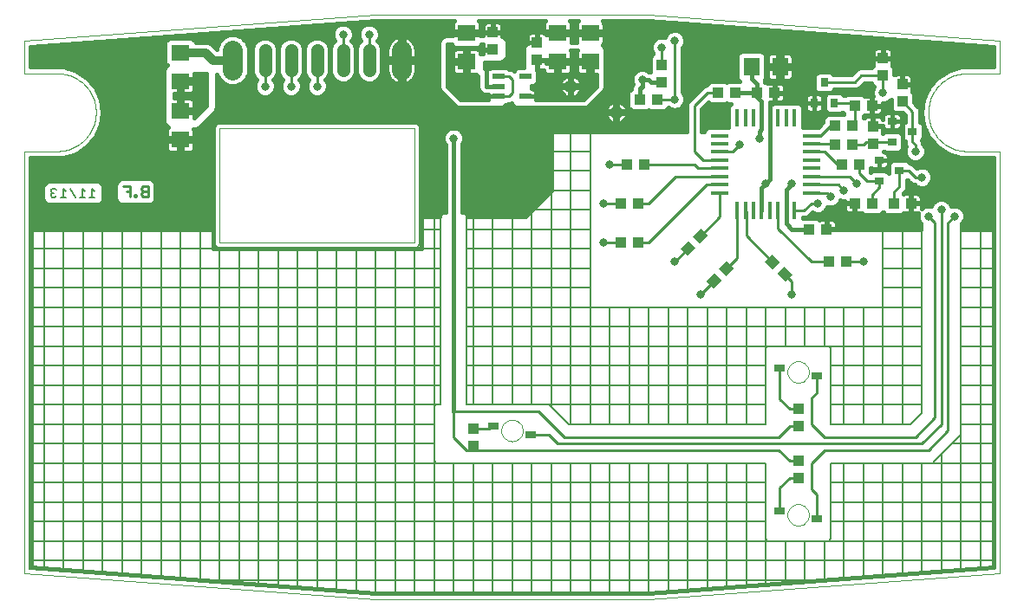
<source format=gbl>
G75*
G70*
%OFA0B0*%
%FSLAX24Y24*%
%IPPOS*%
%LPD*%
%AMOC8*
5,1,8,0,0,1.08239X$1,22.5*
%
%ADD10C,0.0000*%
%ADD11C,0.0090*%
%ADD12C,0.0070*%
%ADD13C,0.0500*%
%ADD14C,0.0750*%
%ADD15R,0.0394X0.0315*%
%ADD16R,0.0394X0.0433*%
%ADD17R,0.0177X0.0709*%
%ADD18R,0.0709X0.0177*%
%ADD19R,0.0433X0.0394*%
%ADD20R,0.0630X0.0709*%
%ADD21R,0.0354X0.0315*%
%ADD22R,0.0315X0.0354*%
%ADD23R,0.0472X0.0217*%
%ADD24R,0.0709X0.0630*%
%ADD25C,0.0500*%
%ADD26C,0.0160*%
%ADD27C,0.3000*%
%ADD28C,0.0080*%
%ADD29C,0.0320*%
%ADD30C,0.0100*%
%ADD31C,0.0320*%
D10*
X010400Y020400D02*
X023900Y019400D01*
X034400Y019400D01*
X047900Y020400D01*
X047900Y036650D01*
X046650Y036650D01*
X046574Y036652D01*
X046498Y036658D01*
X046423Y036667D01*
X046348Y036681D01*
X046274Y036698D01*
X046201Y036719D01*
X046129Y036743D01*
X046058Y036772D01*
X045989Y036803D01*
X045922Y036838D01*
X045857Y036877D01*
X045793Y036919D01*
X045732Y036964D01*
X045673Y037012D01*
X045617Y037063D01*
X045563Y037117D01*
X045512Y037173D01*
X045464Y037232D01*
X045419Y037293D01*
X045377Y037357D01*
X045338Y037422D01*
X045303Y037489D01*
X045272Y037558D01*
X045243Y037629D01*
X045219Y037701D01*
X045198Y037774D01*
X045181Y037848D01*
X045167Y037923D01*
X045158Y037998D01*
X045152Y038074D01*
X045150Y038150D01*
X045152Y038226D01*
X045158Y038302D01*
X045167Y038377D01*
X045181Y038452D01*
X045198Y038526D01*
X045219Y038599D01*
X045243Y038671D01*
X045272Y038742D01*
X045303Y038811D01*
X045338Y038878D01*
X045377Y038943D01*
X045419Y039007D01*
X045464Y039068D01*
X045512Y039127D01*
X045563Y039183D01*
X045617Y039237D01*
X045673Y039288D01*
X045732Y039336D01*
X045793Y039381D01*
X045857Y039423D01*
X045922Y039462D01*
X045989Y039497D01*
X046058Y039528D01*
X046129Y039557D01*
X046201Y039581D01*
X046274Y039602D01*
X046348Y039619D01*
X046423Y039633D01*
X046498Y039642D01*
X046574Y039648D01*
X046650Y039650D01*
X047900Y039650D01*
X047900Y040900D01*
X034400Y041900D01*
X023900Y041900D01*
X010400Y040900D01*
X010400Y039650D01*
X011650Y039650D01*
X011726Y039648D01*
X011802Y039642D01*
X011877Y039633D01*
X011952Y039619D01*
X012026Y039602D01*
X012099Y039581D01*
X012171Y039557D01*
X012242Y039528D01*
X012311Y039497D01*
X012378Y039462D01*
X012443Y039423D01*
X012507Y039381D01*
X012568Y039336D01*
X012627Y039288D01*
X012683Y039237D01*
X012737Y039183D01*
X012788Y039127D01*
X012836Y039068D01*
X012881Y039007D01*
X012923Y038943D01*
X012962Y038878D01*
X012997Y038811D01*
X013028Y038742D01*
X013057Y038671D01*
X013081Y038599D01*
X013102Y038526D01*
X013119Y038452D01*
X013133Y038377D01*
X013142Y038302D01*
X013148Y038226D01*
X013150Y038150D01*
X013148Y038074D01*
X013142Y037998D01*
X013133Y037923D01*
X013119Y037848D01*
X013102Y037774D01*
X013081Y037701D01*
X013057Y037629D01*
X013028Y037558D01*
X012997Y037489D01*
X012962Y037422D01*
X012923Y037357D01*
X012881Y037293D01*
X012836Y037232D01*
X012788Y037173D01*
X012737Y037117D01*
X012683Y037063D01*
X012627Y037012D01*
X012568Y036964D01*
X012507Y036919D01*
X012443Y036877D01*
X012378Y036838D01*
X012311Y036803D01*
X012242Y036772D01*
X012171Y036743D01*
X012099Y036719D01*
X012026Y036698D01*
X011952Y036681D01*
X011877Y036667D01*
X011802Y036658D01*
X011726Y036652D01*
X011650Y036650D01*
X010400Y036650D01*
X010400Y020400D01*
X017900Y033150D02*
X025400Y033150D01*
X025400Y037525D01*
X017900Y037525D01*
X017900Y033150D01*
X028737Y025900D02*
X028739Y025940D01*
X028745Y025981D01*
X028755Y026020D01*
X028768Y026058D01*
X028786Y026095D01*
X028807Y026129D01*
X028831Y026162D01*
X028858Y026192D01*
X028888Y026219D01*
X028921Y026243D01*
X028955Y026264D01*
X028992Y026282D01*
X029030Y026295D01*
X029069Y026305D01*
X029110Y026311D01*
X029150Y026313D01*
X029190Y026311D01*
X029231Y026305D01*
X029270Y026295D01*
X029308Y026282D01*
X029345Y026264D01*
X029379Y026243D01*
X029412Y026219D01*
X029442Y026192D01*
X029469Y026162D01*
X029493Y026129D01*
X029514Y026095D01*
X029532Y026058D01*
X029545Y026020D01*
X029555Y025981D01*
X029561Y025940D01*
X029563Y025900D01*
X029561Y025860D01*
X029555Y025819D01*
X029545Y025780D01*
X029532Y025742D01*
X029514Y025705D01*
X029493Y025671D01*
X029469Y025638D01*
X029442Y025608D01*
X029412Y025581D01*
X029379Y025557D01*
X029345Y025536D01*
X029308Y025518D01*
X029270Y025505D01*
X029231Y025495D01*
X029190Y025489D01*
X029150Y025487D01*
X029110Y025489D01*
X029069Y025495D01*
X029030Y025505D01*
X028992Y025518D01*
X028955Y025536D01*
X028921Y025557D01*
X028888Y025581D01*
X028858Y025608D01*
X028831Y025638D01*
X028807Y025671D01*
X028786Y025705D01*
X028768Y025742D01*
X028755Y025780D01*
X028745Y025819D01*
X028739Y025860D01*
X028737Y025900D01*
X039737Y028150D02*
X039739Y028190D01*
X039745Y028231D01*
X039755Y028270D01*
X039768Y028308D01*
X039786Y028345D01*
X039807Y028379D01*
X039831Y028412D01*
X039858Y028442D01*
X039888Y028469D01*
X039921Y028493D01*
X039955Y028514D01*
X039992Y028532D01*
X040030Y028545D01*
X040069Y028555D01*
X040110Y028561D01*
X040150Y028563D01*
X040190Y028561D01*
X040231Y028555D01*
X040270Y028545D01*
X040308Y028532D01*
X040345Y028514D01*
X040379Y028493D01*
X040412Y028469D01*
X040442Y028442D01*
X040469Y028412D01*
X040493Y028379D01*
X040514Y028345D01*
X040532Y028308D01*
X040545Y028270D01*
X040555Y028231D01*
X040561Y028190D01*
X040563Y028150D01*
X040561Y028110D01*
X040555Y028069D01*
X040545Y028030D01*
X040532Y027992D01*
X040514Y027955D01*
X040493Y027921D01*
X040469Y027888D01*
X040442Y027858D01*
X040412Y027831D01*
X040379Y027807D01*
X040345Y027786D01*
X040308Y027768D01*
X040270Y027755D01*
X040231Y027745D01*
X040190Y027739D01*
X040150Y027737D01*
X040110Y027739D01*
X040069Y027745D01*
X040030Y027755D01*
X039992Y027768D01*
X039955Y027786D01*
X039921Y027807D01*
X039888Y027831D01*
X039858Y027858D01*
X039831Y027888D01*
X039807Y027921D01*
X039786Y027955D01*
X039768Y027992D01*
X039755Y028030D01*
X039745Y028069D01*
X039739Y028110D01*
X039737Y028150D01*
X039737Y022650D02*
X039739Y022690D01*
X039745Y022731D01*
X039755Y022770D01*
X039768Y022808D01*
X039786Y022845D01*
X039807Y022879D01*
X039831Y022912D01*
X039858Y022942D01*
X039888Y022969D01*
X039921Y022993D01*
X039955Y023014D01*
X039992Y023032D01*
X040030Y023045D01*
X040069Y023055D01*
X040110Y023061D01*
X040150Y023063D01*
X040190Y023061D01*
X040231Y023055D01*
X040270Y023045D01*
X040308Y023032D01*
X040345Y023014D01*
X040379Y022993D01*
X040412Y022969D01*
X040442Y022942D01*
X040469Y022912D01*
X040493Y022879D01*
X040514Y022845D01*
X040532Y022808D01*
X040545Y022770D01*
X040555Y022731D01*
X040561Y022690D01*
X040563Y022650D01*
X040561Y022610D01*
X040555Y022569D01*
X040545Y022530D01*
X040532Y022492D01*
X040514Y022455D01*
X040493Y022421D01*
X040469Y022388D01*
X040442Y022358D01*
X040412Y022331D01*
X040379Y022307D01*
X040345Y022286D01*
X040308Y022268D01*
X040270Y022255D01*
X040231Y022245D01*
X040190Y022239D01*
X040150Y022237D01*
X040110Y022239D01*
X040069Y022245D01*
X040030Y022255D01*
X039992Y022268D01*
X039955Y022286D01*
X039921Y022307D01*
X039888Y022331D01*
X039858Y022358D01*
X039831Y022388D01*
X039807Y022421D01*
X039786Y022455D01*
X039768Y022492D01*
X039755Y022530D01*
X039745Y022569D01*
X039739Y022610D01*
X039737Y022650D01*
D11*
X015155Y034895D02*
X014950Y034895D01*
X014881Y034963D01*
X014881Y035032D01*
X014950Y035100D01*
X015155Y035100D01*
X015155Y034895D02*
X015155Y035305D01*
X014950Y035305D01*
X014881Y035237D01*
X014881Y035169D01*
X014950Y035100D01*
X014695Y034963D02*
X014626Y034963D01*
X014626Y034895D01*
X014695Y034895D01*
X014695Y034963D01*
X014464Y034895D02*
X014464Y035305D01*
X014191Y035305D01*
X014328Y035100D02*
X014464Y035100D01*
D12*
X013107Y035105D02*
X012996Y035215D01*
X012996Y034885D01*
X012886Y034885D02*
X013107Y034885D01*
X012738Y034885D02*
X012518Y034885D01*
X012628Y034885D02*
X012628Y035215D01*
X012738Y035105D01*
X012370Y034885D02*
X012150Y035215D01*
X012002Y035105D02*
X011892Y035215D01*
X011892Y034885D01*
X012002Y034885D02*
X011781Y034885D01*
X011633Y034940D02*
X011578Y034885D01*
X011468Y034885D01*
X011413Y034940D01*
X011413Y034995D01*
X011468Y035050D01*
X011523Y035050D01*
X011468Y035050D02*
X011413Y035105D01*
X011413Y035160D01*
X011468Y035215D01*
X011578Y035215D01*
X011633Y035160D01*
D13*
X019650Y039775D02*
X019650Y040525D01*
X020650Y040525D02*
X020650Y039775D01*
X021650Y039775D02*
X021650Y040525D01*
X022650Y040525D02*
X022650Y039775D01*
X023650Y039775D02*
X023650Y040525D01*
D14*
X024900Y040525D02*
X024900Y039775D01*
X018400Y039775D02*
X018400Y040525D01*
D15*
X028441Y026057D03*
X029859Y025743D03*
X039441Y028307D03*
X040859Y027993D03*
X039441Y022807D03*
X040859Y022493D03*
D16*
X040150Y024065D03*
X040150Y024735D03*
X040150Y026065D03*
X040150Y026735D03*
X027650Y025985D03*
X027650Y025315D03*
X043025Y036940D03*
X043025Y037610D03*
X044150Y038565D03*
X044150Y039235D03*
X043400Y039565D03*
X043400Y040235D03*
X034900Y039985D03*
X034900Y039315D03*
X030100Y040165D03*
X030100Y040835D03*
X028400Y040565D03*
X028400Y041235D03*
D17*
X037798Y037922D03*
X038113Y037922D03*
X038428Y037922D03*
X038743Y037922D03*
X039057Y037922D03*
X039372Y037922D03*
X039687Y037922D03*
X040002Y037922D03*
X040002Y034378D03*
X039687Y034378D03*
X039372Y034378D03*
X039057Y034378D03*
X038743Y034378D03*
X038428Y034378D03*
X038113Y034378D03*
X037798Y034378D03*
D18*
X037128Y035048D03*
X037128Y035363D03*
X037128Y035678D03*
X037128Y035993D03*
X037128Y036307D03*
X037128Y036622D03*
X037128Y036937D03*
X037128Y037252D03*
X040672Y037252D03*
X040672Y036937D03*
X040672Y036622D03*
X040672Y036307D03*
X040672Y035993D03*
X040672Y035678D03*
X040672Y035363D03*
X040672Y035048D03*
D19*
X041815Y036150D03*
X042485Y036150D03*
X042235Y036900D03*
X041565Y036900D03*
X041565Y037650D03*
X042235Y037650D03*
X042315Y038400D03*
X042985Y038400D03*
X039235Y038900D03*
X038565Y038900D03*
X037735Y038900D03*
X037065Y038900D03*
X034735Y038650D03*
X034065Y038650D03*
X034235Y036150D03*
X033565Y036150D03*
X033315Y034650D03*
X033985Y034650D03*
X033985Y033150D03*
X033315Y033150D03*
G36*
X035621Y032900D02*
X035926Y033205D01*
X036205Y032926D01*
X035900Y032621D01*
X035621Y032900D01*
G37*
G36*
X036095Y033374D02*
X036400Y033679D01*
X036679Y033400D01*
X036374Y033095D01*
X036095Y033374D01*
G37*
G36*
X037095Y032124D02*
X037400Y032429D01*
X037679Y032150D01*
X037374Y031845D01*
X037095Y032124D01*
G37*
G36*
X036621Y031650D02*
X036926Y031955D01*
X037205Y031676D01*
X036900Y031371D01*
X036621Y031650D01*
G37*
G36*
X039176Y032095D02*
X038871Y032400D01*
X039150Y032679D01*
X039455Y032374D01*
X039176Y032095D01*
G37*
G36*
X039650Y031621D02*
X039345Y031926D01*
X039624Y032205D01*
X039929Y031900D01*
X039650Y031621D01*
G37*
X041315Y032400D03*
X041985Y032400D03*
X041235Y033650D03*
X040565Y033650D03*
X042315Y034650D03*
X042985Y034650D03*
X043815Y034650D03*
X044485Y034650D03*
D20*
X039451Y039900D03*
X038349Y039900D03*
D21*
X043256Y036294D03*
X043756Y037006D03*
X044544Y037400D03*
X043756Y037794D03*
X044044Y035900D03*
X043256Y035506D03*
D22*
X041544Y038506D03*
X040756Y038506D03*
X041150Y039294D03*
D23*
X029662Y039524D03*
X029662Y038776D03*
X028638Y038776D03*
X028638Y039150D03*
X028638Y039524D03*
D24*
X027400Y040099D03*
X027400Y041201D03*
X030900Y041201D03*
X030900Y040099D03*
X032150Y040099D03*
X032150Y041201D03*
X016400Y040451D03*
X016400Y039349D03*
X016400Y038201D03*
X016400Y037099D03*
D25*
X031400Y039150D03*
X033150Y038150D03*
D26*
X033195Y038195D02*
X033105Y038195D01*
X033105Y038578D01*
X033049Y038569D01*
X032985Y038548D01*
X032925Y038518D01*
X032870Y038478D01*
X032822Y038430D01*
X032782Y038375D01*
X032752Y038315D01*
X032731Y038251D01*
X032722Y038195D01*
X033105Y038195D01*
X033105Y038578D01*
X033049Y038569D01*
X032985Y038548D01*
X032925Y038518D01*
X032870Y038478D01*
X032822Y038430D01*
X032782Y038375D01*
X032752Y038315D01*
X032731Y038251D01*
X032722Y038195D01*
X033105Y038195D01*
X033195Y038195D01*
X033195Y038578D01*
X033251Y038569D01*
X033315Y038548D01*
X033375Y038518D01*
X033430Y038478D01*
X033478Y038430D01*
X033518Y038375D01*
X033548Y038315D01*
X033569Y038251D01*
X033578Y038195D01*
X033195Y038195D01*
X033195Y038105D01*
X033578Y038105D01*
X033569Y038049D01*
X033548Y037985D01*
X033518Y037925D01*
X033478Y037870D01*
X033430Y037822D01*
X033375Y037782D01*
X033315Y037752D01*
X033251Y037731D01*
X033195Y037722D01*
X033195Y038105D01*
X033195Y038195D01*
X033195Y038578D01*
X033251Y038569D01*
X033315Y038548D01*
X033375Y038518D01*
X033430Y038478D01*
X033478Y038430D01*
X033518Y038375D01*
X033548Y038315D01*
X033569Y038251D01*
X033578Y038195D01*
X033195Y038195D01*
X033195Y038258D02*
X033105Y038258D01*
X033195Y038258D01*
X033105Y038195D02*
X033105Y038105D01*
X032722Y038105D01*
X032731Y038049D01*
X032752Y037985D01*
X032782Y037925D01*
X032822Y037870D01*
X032870Y037822D01*
X032925Y037782D01*
X032985Y037752D01*
X033049Y037731D01*
X033105Y037722D01*
X033105Y038105D01*
X033195Y038105D01*
X033578Y038105D01*
X033569Y038049D01*
X033548Y037985D01*
X033518Y037925D01*
X033478Y037870D01*
X033430Y037822D01*
X033375Y037782D01*
X033315Y037752D01*
X033251Y037731D01*
X033195Y037722D01*
X033195Y038105D01*
X033105Y038105D01*
X032722Y038105D01*
X032731Y038049D01*
X032752Y037985D01*
X032782Y037925D01*
X032822Y037870D01*
X032870Y037822D01*
X032925Y037782D01*
X032985Y037752D01*
X033049Y037731D01*
X033105Y037722D01*
X033105Y038105D01*
X033105Y038195D01*
X033105Y038100D02*
X033195Y038100D01*
X033105Y038100D01*
X033105Y037941D02*
X033195Y037941D01*
X033105Y037941D01*
X033105Y037783D02*
X033195Y037783D01*
X033105Y037783D01*
X032924Y037783D02*
X017348Y037783D01*
X032924Y037783D01*
X032774Y037941D02*
X017507Y037941D01*
X032774Y037941D01*
X032723Y038100D02*
X017665Y038100D01*
X032723Y038100D01*
X032733Y038258D02*
X017774Y038258D01*
X032733Y038258D01*
X032812Y038417D02*
X032119Y038417D01*
X032812Y038417D01*
X033105Y038417D02*
X033195Y038417D01*
X033105Y038417D01*
X033105Y038575D02*
X033195Y038575D01*
X033105Y038575D01*
X033085Y038575D02*
X032278Y038575D01*
X033085Y038575D01*
X033215Y038575D02*
X033609Y038575D01*
X033215Y038575D01*
X033488Y038417D02*
X033609Y038417D01*
X033488Y038417D01*
X033609Y038405D02*
X033645Y038317D01*
X033713Y038250D01*
X033801Y038213D01*
X034330Y038213D01*
X034400Y038242D01*
X034470Y038213D01*
X034999Y038213D01*
X035087Y038250D01*
X035155Y038317D01*
X035158Y038326D01*
X035173Y038311D01*
X035320Y038250D01*
X035480Y038250D01*
X035627Y038311D01*
X035739Y038423D01*
X035800Y038570D01*
X035800Y038730D01*
X035739Y038877D01*
X035690Y038926D01*
X035690Y040624D01*
X035739Y040673D01*
X035800Y040820D01*
X035800Y040980D01*
X035739Y041127D01*
X035627Y041239D01*
X035480Y041300D01*
X035320Y041300D01*
X035173Y041239D01*
X035061Y041127D01*
X035022Y041032D01*
X034980Y041050D01*
X034820Y041050D01*
X034673Y040989D01*
X034561Y040877D01*
X034500Y040730D01*
X034500Y040570D01*
X034561Y040423D01*
X034576Y040408D01*
X034567Y040405D01*
X034500Y040337D01*
X034463Y040249D01*
X034463Y039720D01*
X034396Y039720D01*
X034377Y039739D01*
X034230Y039800D01*
X034070Y039800D01*
X033923Y039739D01*
X033811Y039627D01*
X033750Y039480D01*
X033750Y039320D01*
X033787Y039230D01*
X033745Y039129D01*
X033745Y039064D01*
X033713Y039050D01*
X033645Y038983D01*
X033609Y038895D01*
X033609Y038405D01*
X033645Y038317D01*
X033713Y038250D01*
X033801Y038213D01*
X034330Y038213D01*
X034400Y038242D01*
X034470Y038213D01*
X034999Y038213D01*
X035087Y038250D01*
X035155Y038317D01*
X035158Y038326D01*
X035173Y038311D01*
X035320Y038250D01*
X035480Y038250D01*
X035627Y038311D01*
X035739Y038423D01*
X035800Y038570D01*
X035800Y038730D01*
X035739Y038877D01*
X035690Y038926D01*
X035690Y040624D01*
X035739Y040673D01*
X035800Y040820D01*
X035800Y040980D01*
X035739Y041127D01*
X035627Y041239D01*
X035480Y041300D01*
X035320Y041300D01*
X035173Y041239D01*
X035061Y041127D01*
X035022Y041032D01*
X034980Y041050D01*
X034820Y041050D01*
X034673Y040989D01*
X034561Y040877D01*
X034500Y040730D01*
X034500Y040570D01*
X034561Y040423D01*
X034576Y040408D01*
X034567Y040405D01*
X034500Y040337D01*
X034463Y040249D01*
X034463Y039720D01*
X034463Y039720D01*
X034396Y039720D01*
X034377Y039739D01*
X034230Y039800D01*
X034070Y039800D01*
X033923Y039739D01*
X033811Y039627D01*
X033750Y039480D01*
X033750Y039320D01*
X033787Y039230D01*
X033745Y039129D01*
X033745Y039064D01*
X033713Y039050D01*
X033645Y038983D01*
X033609Y038895D01*
X033609Y038405D01*
X033567Y038258D02*
X033705Y038258D01*
X033567Y038258D01*
X033577Y038100D02*
X035860Y038100D01*
X033577Y038100D01*
X033526Y037941D02*
X035860Y037941D01*
X033526Y037941D01*
X033376Y037783D02*
X035860Y037783D01*
X033376Y037783D01*
X034065Y038650D02*
X034065Y039065D01*
X034150Y039150D01*
X034150Y039400D01*
X034400Y039400D01*
X034485Y039315D01*
X034900Y039315D01*
X034463Y039720D02*
X034463Y039720D01*
X034463Y039843D02*
X032744Y039843D01*
X034463Y039843D01*
X034463Y040002D02*
X032744Y040002D01*
X034463Y040002D01*
X034463Y040160D02*
X032744Y040160D01*
X034463Y040160D01*
X034492Y040319D02*
X032744Y040319D01*
X034492Y040319D01*
X034539Y040477D02*
X032738Y040477D01*
X034539Y040477D01*
X034500Y040636D02*
X032701Y040636D01*
X034500Y040636D01*
X034527Y040794D02*
X032659Y040794D01*
X034527Y040794D01*
X034637Y040953D02*
X032684Y040953D01*
X034637Y040953D01*
X035054Y041111D02*
X032684Y041111D01*
X035054Y041111D01*
X035247Y041270D02*
X032227Y041270D01*
X035247Y041270D01*
X035553Y041270D02*
X039663Y041270D01*
X035553Y041270D01*
X035746Y041111D02*
X041802Y041111D01*
X035746Y041111D01*
X035800Y040953D02*
X043942Y040953D01*
X035800Y040953D01*
X035789Y040794D02*
X046082Y040794D01*
X035789Y040794D01*
X035701Y040636D02*
X047660Y040636D01*
X035701Y040636D01*
X035690Y040477D02*
X037944Y040477D01*
X035690Y040477D01*
X035690Y040319D02*
X037801Y040319D01*
X035690Y040319D01*
X035690Y040160D02*
X037794Y040160D01*
X035690Y040160D01*
X035690Y040002D02*
X037794Y040002D01*
X035690Y040002D01*
X035690Y039843D02*
X037794Y039843D01*
X035690Y039843D01*
X035690Y039685D02*
X037794Y039685D01*
X035690Y039685D01*
X035690Y039526D02*
X037794Y039526D01*
X035690Y039526D01*
X035690Y039368D02*
X037873Y039368D01*
X035690Y039368D01*
X035690Y039209D02*
X036636Y039209D01*
X035690Y039209D01*
X035690Y039051D02*
X036390Y039051D01*
X035690Y039051D01*
X035724Y038892D02*
X036232Y038892D01*
X035724Y038892D01*
X035798Y038734D02*
X036073Y038734D01*
X035798Y038734D01*
X035800Y038575D02*
X035915Y038575D01*
X035800Y038575D01*
X035904Y038564D02*
X035860Y038458D01*
X035860Y037400D01*
X030650Y037400D01*
X030650Y035150D01*
X029650Y034150D01*
X027440Y034150D01*
X027440Y034218D01*
X027343Y034315D01*
X027220Y034315D01*
X027220Y036904D01*
X027239Y036923D01*
X027300Y037070D01*
X027300Y037230D01*
X027239Y037377D01*
X027127Y037489D01*
X026980Y037550D01*
X026820Y037550D01*
X026673Y037489D01*
X026561Y037377D01*
X026500Y037230D01*
X026500Y037070D01*
X026561Y036923D01*
X026580Y036904D01*
X026580Y034315D01*
X026457Y034315D01*
X026360Y034218D01*
X026360Y034150D01*
X025640Y034150D01*
X025640Y037573D01*
X025603Y037661D01*
X025536Y037728D01*
X025448Y037765D01*
X017852Y037765D01*
X017764Y037728D01*
X017697Y037661D01*
X017660Y037573D01*
X017660Y033650D01*
X010640Y033650D01*
X010640Y036410D01*
X011900Y036410D01*
X012380Y036551D01*
X012380Y036551D01*
X012380Y036551D01*
X011900Y036410D01*
X010640Y036410D01*
X010640Y033650D01*
X017660Y033650D01*
X017660Y037573D01*
X017697Y037661D01*
X017764Y037728D01*
X017852Y037765D01*
X025448Y037765D01*
X025536Y037728D01*
X025603Y037661D01*
X025640Y037573D01*
X025640Y034150D01*
X026360Y034150D01*
X026360Y034218D01*
X026457Y034315D01*
X026580Y034315D01*
X026580Y036904D01*
X026561Y036923D01*
X026500Y037070D01*
X026500Y037230D01*
X026561Y037377D01*
X026673Y037489D01*
X026820Y037550D01*
X026980Y037550D01*
X027127Y037489D01*
X027239Y037377D01*
X027300Y037230D01*
X027300Y037070D01*
X027239Y036923D01*
X027220Y036904D01*
X027220Y034315D01*
X027343Y034315D01*
X027440Y034218D01*
X027440Y034150D01*
X029650Y034150D01*
X030650Y035150D01*
X030650Y037400D01*
X035860Y037400D01*
X035860Y038458D01*
X035904Y038564D01*
X035986Y038646D01*
X036486Y039146D01*
X036592Y039190D01*
X036628Y039190D01*
X036645Y039233D01*
X036713Y039300D01*
X036801Y039337D01*
X037330Y039337D01*
X037400Y039308D01*
X037470Y039337D01*
X037911Y039337D01*
X037898Y039342D01*
X037830Y039410D01*
X037794Y039498D01*
X037794Y040302D01*
X037830Y040390D01*
X037898Y040458D01*
X037986Y040494D01*
X038712Y040494D01*
X038800Y040458D01*
X038867Y040390D01*
X038904Y040302D01*
X038904Y039498D01*
X038867Y039410D01*
X038847Y039390D01*
X038878Y039317D01*
X038918Y039300D01*
X038953Y039266D01*
X038994Y039277D01*
X039216Y039277D01*
X039216Y038918D01*
X039253Y038918D01*
X039631Y038918D01*
X039631Y039121D01*
X039619Y039166D01*
X039595Y039207D01*
X039562Y039241D01*
X039521Y039265D01*
X039475Y039277D01*
X039253Y039277D01*
X039253Y038918D01*
X039253Y038882D01*
X039631Y038882D01*
X039631Y038679D01*
X039619Y038634D01*
X039595Y038593D01*
X039562Y038559D01*
X039521Y038535D01*
X039475Y038523D01*
X039253Y038523D01*
X039253Y038882D01*
X039253Y038918D01*
X039631Y038918D01*
X039631Y039121D01*
X039619Y039166D01*
X039595Y039207D01*
X039562Y039241D01*
X039521Y039265D01*
X039475Y039277D01*
X039253Y039277D01*
X039253Y038918D01*
X039216Y038918D01*
X039216Y039277D01*
X038994Y039277D01*
X038953Y039266D01*
X038918Y039300D01*
X038878Y039317D01*
X038847Y039390D01*
X038867Y039410D01*
X038904Y039498D01*
X038904Y040302D01*
X038867Y040390D01*
X038800Y040458D01*
X038712Y040494D01*
X037986Y040494D01*
X037898Y040458D01*
X037830Y040390D01*
X037794Y040302D01*
X037794Y039498D01*
X037830Y039410D01*
X037898Y039342D01*
X037911Y039337D01*
X037470Y039337D01*
X037400Y039308D01*
X037330Y039337D01*
X036801Y039337D01*
X036713Y039300D01*
X036645Y039233D01*
X036628Y039190D01*
X036592Y039190D01*
X036486Y039146D01*
X035986Y038646D01*
X035904Y038564D01*
X035860Y038417D02*
X035732Y038417D01*
X035860Y038417D01*
X035860Y038258D02*
X035499Y038258D01*
X035860Y038258D01*
X035301Y038258D02*
X035095Y038258D01*
X035301Y038258D01*
X036440Y038258D02*
X037469Y038258D01*
X036440Y038258D01*
X036440Y038280D02*
X036686Y038526D01*
X036713Y038500D01*
X036801Y038463D01*
X037330Y038463D01*
X037400Y038492D01*
X037470Y038463D01*
X037557Y038463D01*
X037506Y038412D01*
X037469Y038324D01*
X037469Y037581D01*
X036726Y037581D01*
X036638Y037544D01*
X036571Y037477D01*
X036539Y037400D01*
X036440Y037400D01*
X036440Y038280D01*
X036686Y038526D01*
X036713Y038500D01*
X036801Y038463D01*
X037330Y038463D01*
X037400Y038492D01*
X037470Y038463D01*
X037557Y038463D01*
X037506Y038412D01*
X037469Y038324D01*
X037469Y037581D01*
X036726Y037581D01*
X036638Y037544D01*
X036571Y037477D01*
X036539Y037400D01*
X036440Y037400D01*
X036440Y038280D01*
X036440Y038100D02*
X037469Y038100D01*
X036440Y038100D01*
X036440Y037941D02*
X037469Y037941D01*
X036440Y037941D01*
X036440Y037783D02*
X037469Y037783D01*
X036440Y037783D01*
X036440Y037624D02*
X037469Y037624D01*
X036440Y037624D01*
X036440Y037466D02*
X036566Y037466D01*
X036440Y037466D01*
X035860Y037466D02*
X027150Y037466D01*
X035860Y037466D01*
X035860Y037624D02*
X025619Y037624D01*
X035860Y037624D01*
X036577Y038417D02*
X037510Y038417D01*
X036577Y038417D01*
X037735Y038900D02*
X038565Y038900D01*
X038565Y039235D01*
X038349Y039451D01*
X038349Y039900D01*
X038904Y039843D02*
X039374Y039843D01*
X038904Y039843D01*
X038956Y039823D02*
X038956Y039522D01*
X038968Y039476D01*
X038992Y039435D01*
X039026Y039402D01*
X039067Y039378D01*
X039113Y039366D01*
X039374Y039366D01*
X039374Y039823D01*
X038956Y039823D01*
X038956Y039522D01*
X038968Y039476D01*
X038992Y039435D01*
X039026Y039402D01*
X039067Y039378D01*
X039113Y039366D01*
X039374Y039366D01*
X039374Y039823D01*
X039374Y039977D01*
X038956Y039977D01*
X038956Y040278D01*
X038968Y040324D01*
X038992Y040365D01*
X039026Y040398D01*
X039067Y040422D01*
X039113Y040434D01*
X039374Y040434D01*
X039374Y039977D01*
X039374Y039823D01*
X038956Y039823D01*
X038956Y039685D02*
X038904Y039685D01*
X038956Y039685D01*
X038956Y039526D02*
X038904Y039526D01*
X038956Y039526D01*
X038857Y039368D02*
X039106Y039368D01*
X038857Y039368D01*
X039216Y039209D02*
X039253Y039209D01*
X039216Y039209D01*
X039216Y039051D02*
X039253Y039051D01*
X039216Y039051D01*
X039235Y038900D02*
X039235Y038585D01*
X039057Y038407D01*
X039057Y037922D01*
X039057Y035557D01*
X038743Y035243D01*
X038743Y034378D01*
X039687Y034378D02*
X039687Y033863D01*
X039900Y033650D01*
X040565Y033650D01*
X040436Y034088D02*
X040543Y034132D01*
X040707Y034297D01*
X040820Y034250D01*
X040980Y034250D01*
X041127Y034311D01*
X041239Y034423D01*
X041278Y034518D01*
X041320Y034500D01*
X041480Y034500D01*
X041627Y034561D01*
X041739Y034673D01*
X041778Y034768D01*
X041820Y034750D01*
X041919Y034750D01*
X041919Y034668D01*
X042297Y034668D01*
X042297Y034632D01*
X041919Y034632D01*
X041919Y034429D01*
X041931Y034384D01*
X041955Y034343D01*
X041988Y034309D01*
X042029Y034285D01*
X042075Y034273D01*
X042297Y034273D01*
X042297Y034632D01*
X041919Y034632D01*
X041919Y034429D01*
X041931Y034384D01*
X041955Y034343D01*
X041988Y034309D01*
X042029Y034285D01*
X042075Y034273D01*
X042297Y034273D01*
X042297Y034632D01*
X042297Y034668D01*
X041919Y034668D01*
X041919Y034750D01*
X041820Y034750D01*
X041778Y034768D01*
X041739Y034673D01*
X041627Y034561D01*
X041480Y034500D01*
X041320Y034500D01*
X041278Y034518D01*
X041239Y034423D01*
X041127Y034311D01*
X040980Y034250D01*
X040820Y034250D01*
X040707Y034297D01*
X040543Y034132D01*
X040436Y034088D01*
X040331Y034088D01*
X040331Y034087D01*
X040830Y034087D01*
X040918Y034050D01*
X040953Y034016D01*
X040994Y034027D01*
X041216Y034027D01*
X041216Y033668D01*
X041253Y033668D01*
X041631Y033668D01*
X041631Y033871D01*
X041619Y033916D01*
X041595Y033957D01*
X041562Y033991D01*
X041521Y034015D01*
X041475Y034027D01*
X041253Y034027D01*
X041253Y033668D01*
X041253Y033650D01*
X044860Y033650D01*
X044860Y033874D01*
X044811Y033923D01*
X044750Y034070D01*
X044750Y034230D01*
X044774Y034287D01*
X044771Y034285D01*
X044725Y034273D01*
X044503Y034273D01*
X044503Y034632D01*
X044503Y034668D01*
X044881Y034668D01*
X044881Y034871D01*
X044869Y034916D01*
X044845Y034957D01*
X044812Y034991D01*
X044771Y035015D01*
X044725Y035027D01*
X044503Y035027D01*
X044503Y034668D01*
X044881Y034668D01*
X044881Y034871D01*
X044869Y034916D01*
X044845Y034957D01*
X044812Y034991D01*
X044771Y035015D01*
X044725Y035027D01*
X044503Y035027D01*
X044503Y034668D01*
X044503Y034632D01*
X044881Y034632D01*
X044881Y034447D01*
X044923Y034489D01*
X045070Y034550D01*
X045230Y034550D01*
X045272Y034532D01*
X045311Y034627D01*
X045423Y034739D01*
X045570Y034800D01*
X045730Y034800D01*
X045877Y034739D01*
X045989Y034627D01*
X046028Y034532D01*
X046070Y034550D01*
X046230Y034550D01*
X046377Y034489D01*
X046489Y034377D01*
X046550Y034230D01*
X046550Y034070D01*
X046489Y033923D01*
X046440Y033874D01*
X046440Y033650D01*
X047660Y033650D01*
X047660Y036410D01*
X046400Y036410D01*
X045920Y036551D01*
X045499Y036821D01*
X045499Y036821D01*
X045920Y036551D01*
X046400Y036410D01*
X047660Y036410D01*
X047660Y033650D01*
X046440Y033650D01*
X046440Y033874D01*
X046489Y033923D01*
X046550Y034070D01*
X046550Y034230D01*
X046489Y034377D01*
X046377Y034489D01*
X046230Y034550D01*
X046070Y034550D01*
X046028Y034532D01*
X045989Y034627D01*
X045877Y034739D01*
X045730Y034800D01*
X045570Y034800D01*
X045423Y034739D01*
X045311Y034627D01*
X045272Y034532D01*
X045230Y034550D01*
X045070Y034550D01*
X044923Y034489D01*
X044881Y034447D01*
X044881Y034632D01*
X044503Y034632D01*
X044466Y034632D01*
X044466Y034273D01*
X044244Y034273D01*
X044203Y034284D01*
X044168Y034250D01*
X044080Y034213D01*
X043551Y034213D01*
X043463Y034250D01*
X043400Y034313D01*
X043337Y034250D01*
X043249Y034213D01*
X042720Y034213D01*
X042632Y034250D01*
X042597Y034284D01*
X042556Y034273D01*
X042334Y034273D01*
X042334Y034632D01*
X042297Y034632D01*
X042334Y034632D01*
X042334Y034273D01*
X042556Y034273D01*
X042597Y034284D01*
X042632Y034250D01*
X042720Y034213D01*
X043249Y034213D01*
X043337Y034250D01*
X043400Y034313D01*
X043463Y034250D01*
X043551Y034213D01*
X044080Y034213D01*
X044168Y034250D01*
X044203Y034284D01*
X044244Y034273D01*
X044466Y034273D01*
X044466Y034632D01*
X044503Y034632D01*
X044503Y034273D01*
X044725Y034273D01*
X044771Y034285D01*
X044774Y034287D01*
X044750Y034230D01*
X044750Y034070D01*
X044811Y033923D01*
X044860Y033874D01*
X044860Y033650D01*
X041253Y033650D01*
X041253Y033668D01*
X041631Y033668D01*
X041631Y033871D01*
X041619Y033916D01*
X041595Y033957D01*
X041562Y033991D01*
X041521Y034015D01*
X041475Y034027D01*
X041253Y034027D01*
X041253Y033668D01*
X041216Y033668D01*
X041216Y034027D01*
X040994Y034027D01*
X040953Y034016D01*
X040918Y034050D01*
X040830Y034087D01*
X040331Y034087D01*
X040331Y034088D01*
X040436Y034088D01*
X040547Y034137D02*
X044750Y034137D01*
X040547Y034137D01*
X040706Y034296D02*
X040711Y034296D01*
X040706Y034296D01*
X041089Y034296D02*
X042012Y034296D01*
X041089Y034296D01*
X041252Y034454D02*
X041919Y034454D01*
X041252Y034454D01*
X041678Y034613D02*
X041919Y034613D01*
X041678Y034613D01*
X042297Y034613D02*
X042334Y034613D01*
X042297Y034613D01*
X042297Y034454D02*
X042334Y034454D01*
X042297Y034454D01*
X042297Y034296D02*
X042334Y034296D01*
X042297Y034296D01*
X041574Y033979D02*
X044788Y033979D01*
X041574Y033979D01*
X041631Y033820D02*
X044860Y033820D01*
X041631Y033820D01*
X041253Y033820D02*
X041216Y033820D01*
X041253Y033820D01*
X041253Y033662D02*
X044860Y033662D01*
X041253Y033662D01*
X041253Y033979D02*
X041216Y033979D01*
X041253Y033979D01*
X039687Y034378D02*
X039687Y035187D01*
X039900Y035400D01*
X038650Y037150D02*
X038650Y037400D01*
X038743Y037493D01*
X038743Y037922D01*
X038743Y038557D01*
X038565Y038735D01*
X038565Y038900D01*
X039063Y038523D02*
X039216Y038523D01*
X039216Y038882D01*
X039253Y038882D01*
X039631Y038882D01*
X039631Y038679D01*
X039619Y038634D01*
X039595Y038593D01*
X039562Y038559D01*
X039521Y038535D01*
X039475Y038523D01*
X039253Y038523D01*
X039253Y038882D01*
X039216Y038882D01*
X039216Y038523D01*
X039063Y038523D01*
X039063Y038456D01*
X039124Y038456D01*
X039148Y038479D01*
X039236Y038516D01*
X039509Y038516D01*
X039530Y038507D01*
X039551Y038516D01*
X039824Y038516D01*
X039845Y038507D01*
X039866Y038516D01*
X040139Y038516D01*
X040227Y038479D01*
X040294Y038412D01*
X040331Y038324D01*
X040331Y037581D01*
X040921Y037581D01*
X041109Y037769D01*
X041109Y037895D01*
X041145Y037983D01*
X041213Y038050D01*
X041301Y038087D01*
X041830Y038087D01*
X041900Y038058D01*
X041903Y038059D01*
X041895Y038067D01*
X041861Y038150D01*
X041837Y038126D01*
X041749Y038089D01*
X041338Y038089D01*
X041250Y038126D01*
X041183Y038193D01*
X041146Y038281D01*
X041146Y038731D01*
X041183Y038819D01*
X041240Y038877D01*
X040945Y038877D01*
X040857Y038913D01*
X040789Y038981D01*
X040753Y039069D01*
X040753Y039519D01*
X040789Y039607D01*
X040857Y039674D01*
X040945Y039711D01*
X041355Y039711D01*
X041443Y039674D01*
X041511Y039607D01*
X041512Y039605D01*
X042195Y039605D01*
X042401Y039811D01*
X042508Y039855D01*
X042974Y039855D01*
X043000Y039918D01*
X043034Y039953D01*
X043023Y039994D01*
X043023Y040216D01*
X043382Y040216D01*
X043382Y040253D01*
X043382Y040631D01*
X043179Y040631D01*
X043134Y040619D01*
X043093Y040595D01*
X043059Y040562D01*
X043035Y040521D01*
X043023Y040475D01*
X043023Y040253D01*
X043382Y040253D01*
X043418Y040253D01*
X043418Y040631D01*
X043621Y040631D01*
X043666Y040619D01*
X043707Y040595D01*
X043741Y040562D01*
X043765Y040521D01*
X043777Y040475D01*
X043777Y040253D01*
X043418Y040253D01*
X043382Y040253D01*
X043382Y040631D01*
X043179Y040631D01*
X043134Y040619D01*
X043093Y040595D01*
X043059Y040562D01*
X043035Y040521D01*
X043023Y040475D01*
X043023Y040253D01*
X043382Y040253D01*
X043382Y040216D01*
X043023Y040216D01*
X043023Y039994D01*
X043034Y039953D01*
X043000Y039918D01*
X042974Y039855D01*
X042508Y039855D01*
X042401Y039811D01*
X042195Y039605D01*
X041512Y039605D01*
X041511Y039607D01*
X041443Y039674D01*
X041355Y039711D01*
X040945Y039711D01*
X040857Y039674D01*
X040789Y039607D01*
X040753Y039519D01*
X040753Y039069D01*
X040789Y038981D01*
X040857Y038913D01*
X040945Y038877D01*
X041240Y038877D01*
X041183Y038819D01*
X041146Y038731D01*
X041146Y038281D01*
X041183Y038193D01*
X041250Y038126D01*
X041338Y038089D01*
X041749Y038089D01*
X041837Y038126D01*
X041861Y038150D01*
X041895Y038067D01*
X041903Y038059D01*
X041900Y038058D01*
X041830Y038087D01*
X041301Y038087D01*
X041213Y038050D01*
X041145Y037983D01*
X041109Y037895D01*
X041109Y037769D01*
X040921Y037581D01*
X040331Y037581D01*
X040331Y038324D01*
X040294Y038412D01*
X040227Y038479D01*
X040139Y038516D01*
X039866Y038516D01*
X039845Y038507D01*
X039824Y038516D01*
X039551Y038516D01*
X039530Y038507D01*
X039509Y038516D01*
X039236Y038516D01*
X039148Y038479D01*
X039124Y038456D01*
X039063Y038456D01*
X039063Y038523D01*
X039216Y038575D02*
X039253Y038575D01*
X039216Y038575D01*
X039216Y038734D02*
X039253Y038734D01*
X039216Y038734D01*
X039253Y038892D02*
X040907Y038892D01*
X039253Y038892D01*
X039631Y038734D02*
X040426Y038734D01*
X039631Y038734D01*
X039578Y038575D02*
X040419Y038575D01*
X039578Y038575D01*
X039631Y039051D02*
X040760Y039051D01*
X039631Y039051D01*
X039594Y039209D02*
X040753Y039209D01*
X039594Y039209D01*
X039529Y039366D02*
X039790Y039366D01*
X039836Y039378D01*
X039877Y039402D01*
X039910Y039435D01*
X039934Y039476D01*
X039946Y039522D01*
X039946Y039823D01*
X039529Y039823D01*
X039529Y039977D01*
X039946Y039977D01*
X039946Y040278D01*
X039934Y040324D01*
X039910Y040365D01*
X039877Y040398D01*
X039836Y040422D01*
X039790Y040434D01*
X039529Y040434D01*
X039529Y039977D01*
X039946Y039977D01*
X039946Y040278D01*
X039934Y040324D01*
X039910Y040365D01*
X039877Y040398D01*
X039836Y040422D01*
X039790Y040434D01*
X039529Y040434D01*
X039529Y039977D01*
X039529Y039823D01*
X039946Y039823D01*
X039946Y039522D01*
X039934Y039476D01*
X039910Y039435D01*
X039877Y039402D01*
X039836Y039378D01*
X039790Y039366D01*
X039529Y039366D01*
X039529Y039823D01*
X039374Y039823D01*
X039529Y039823D01*
X039529Y039366D01*
X039529Y039368D02*
X039374Y039368D01*
X039529Y039368D01*
X039529Y039526D02*
X039374Y039526D01*
X039529Y039526D01*
X039529Y039685D02*
X039374Y039685D01*
X039529Y039685D01*
X039529Y039843D02*
X042478Y039843D01*
X039529Y039843D01*
X039529Y039977D02*
X039374Y039977D01*
X038956Y039977D01*
X038956Y040278D01*
X038968Y040324D01*
X038992Y040365D01*
X039026Y040398D01*
X039067Y040422D01*
X039113Y040434D01*
X039374Y040434D01*
X039374Y039977D01*
X039529Y039977D01*
X039529Y040002D02*
X039374Y040002D01*
X039529Y040002D01*
X039529Y040160D02*
X039374Y040160D01*
X039529Y040160D01*
X039529Y040319D02*
X039374Y040319D01*
X039529Y040319D01*
X039935Y040319D02*
X043023Y040319D01*
X039935Y040319D01*
X039946Y040160D02*
X043023Y040160D01*
X039946Y040160D01*
X039946Y040002D02*
X043023Y040002D01*
X039946Y040002D01*
X039946Y039685D02*
X040881Y039685D01*
X039946Y039685D01*
X039946Y039526D02*
X040756Y039526D01*
X039946Y039526D01*
X039797Y039368D02*
X040753Y039368D01*
X039797Y039368D01*
X040455Y038794D02*
X040431Y038753D01*
X040419Y038707D01*
X040419Y038506D01*
X040419Y038305D01*
X040431Y038260D01*
X040455Y038219D01*
X040488Y038185D01*
X040529Y038161D01*
X040575Y038149D01*
X040756Y038149D01*
X040756Y038506D01*
X040419Y038506D01*
X040419Y038305D01*
X040431Y038260D01*
X040455Y038219D01*
X040488Y038185D01*
X040529Y038161D01*
X040575Y038149D01*
X040756Y038149D01*
X040756Y038506D01*
X040756Y038506D01*
X040756Y038506D01*
X040419Y038506D01*
X040756Y038506D01*
X040756Y038506D01*
X040756Y038506D01*
X040756Y038149D01*
X040937Y038149D01*
X040983Y038161D01*
X041024Y038185D01*
X041058Y038219D01*
X041082Y038260D01*
X041094Y038305D01*
X041094Y038506D01*
X040756Y038506D01*
X040419Y038506D01*
X040419Y038707D01*
X040431Y038753D01*
X040455Y038794D01*
X040488Y038828D01*
X040529Y038851D01*
X040575Y038863D01*
X040756Y038863D01*
X040756Y038506D01*
X040756Y038149D01*
X040937Y038149D01*
X040983Y038161D01*
X041024Y038185D01*
X041058Y038219D01*
X041082Y038260D01*
X041094Y038305D01*
X041094Y038506D01*
X040756Y038506D01*
X040756Y038506D01*
X040756Y038506D01*
X040756Y038863D01*
X040575Y038863D01*
X040529Y038851D01*
X040488Y038828D01*
X040455Y038794D01*
X040756Y038734D02*
X040756Y038734D01*
X040756Y038734D01*
X040756Y038863D02*
X040756Y038506D01*
X040756Y038506D01*
X040756Y038506D01*
X041094Y038506D01*
X041094Y038707D01*
X041082Y038753D01*
X041058Y038794D01*
X041024Y038828D01*
X040983Y038851D01*
X040937Y038863D01*
X040756Y038863D01*
X040756Y038506D01*
X041094Y038506D01*
X041094Y038707D01*
X041082Y038753D01*
X041058Y038794D01*
X041024Y038828D01*
X040983Y038851D01*
X040937Y038863D01*
X040756Y038863D01*
X040900Y038900D02*
X042950Y038900D01*
X043000Y038892D02*
X041825Y038892D01*
X043000Y038892D01*
X043000Y038820D02*
X043018Y038777D01*
X043003Y038777D01*
X043003Y038418D01*
X043381Y038418D01*
X043381Y038500D01*
X043480Y038500D01*
X043627Y038561D01*
X043713Y038647D01*
X043713Y038301D01*
X043750Y038213D01*
X043817Y038145D01*
X043851Y038131D01*
X043756Y038131D01*
X043555Y038131D01*
X043510Y038119D01*
X043469Y038095D01*
X043435Y038062D01*
X043411Y038021D01*
X043399Y037975D01*
X043399Y037860D01*
X043390Y037896D01*
X043366Y037937D01*
X043332Y037970D01*
X043291Y037994D01*
X043246Y038006D01*
X043043Y038006D01*
X043043Y037628D01*
X043007Y037628D01*
X043007Y038006D01*
X042804Y038006D01*
X042759Y037994D01*
X042718Y037970D01*
X042684Y037937D01*
X042678Y037926D01*
X042655Y037983D01*
X042647Y037991D01*
X042668Y038000D01*
X042703Y038034D01*
X042744Y038023D01*
X042966Y038023D01*
X042966Y038382D01*
X043003Y038382D01*
X043003Y038418D01*
X043381Y038418D01*
X043381Y038500D01*
X043480Y038500D01*
X043627Y038561D01*
X043713Y038647D01*
X043713Y038301D01*
X043750Y038213D01*
X043817Y038145D01*
X043851Y038131D01*
X043756Y038131D01*
X043756Y037794D01*
X043756Y037794D01*
X043756Y038131D01*
X043555Y038131D01*
X043510Y038119D01*
X043469Y038095D01*
X043435Y038062D01*
X043411Y038021D01*
X043399Y037975D01*
X043399Y037860D01*
X043390Y037896D01*
X043366Y037937D01*
X043332Y037970D01*
X043291Y037994D01*
X043246Y038006D01*
X043043Y038006D01*
X043043Y037628D01*
X043007Y037628D01*
X043007Y038006D01*
X042804Y038006D01*
X042759Y037994D01*
X042718Y037970D01*
X042684Y037937D01*
X042678Y037926D01*
X042655Y037983D01*
X042647Y037991D01*
X042668Y038000D01*
X042703Y038034D01*
X042744Y038023D01*
X042966Y038023D01*
X042966Y038382D01*
X043003Y038382D01*
X043381Y038382D01*
X043381Y038179D01*
X043369Y038134D01*
X043345Y038093D01*
X043312Y038059D01*
X043271Y038035D01*
X043225Y038023D01*
X043003Y038023D01*
X043003Y038382D01*
X043003Y038418D01*
X042966Y038418D01*
X042966Y038777D01*
X042744Y038777D01*
X042703Y038766D01*
X042668Y038800D01*
X042580Y038837D01*
X042051Y038837D01*
X041963Y038800D01*
X041959Y038796D01*
X041914Y038796D01*
X041905Y038819D01*
X041837Y038887D01*
X041749Y038923D01*
X041454Y038923D01*
X041511Y038981D01*
X041529Y039025D01*
X042373Y039025D01*
X042480Y039070D01*
X042685Y039275D01*
X042974Y039275D01*
X043000Y039213D01*
X043067Y039145D01*
X043076Y039142D01*
X043061Y039127D01*
X043000Y038980D01*
X043000Y038820D01*
X043018Y038777D01*
X043003Y038777D01*
X043003Y038418D01*
X042966Y038418D01*
X042966Y038777D01*
X042744Y038777D01*
X042703Y038766D01*
X042668Y038800D01*
X042580Y038837D01*
X042051Y038837D01*
X041963Y038800D01*
X041959Y038796D01*
X041914Y038796D01*
X041905Y038819D01*
X041837Y038887D01*
X041749Y038923D01*
X041454Y038923D01*
X041511Y038981D01*
X041529Y039025D01*
X042373Y039025D01*
X042480Y039070D01*
X042685Y039275D01*
X042974Y039275D01*
X043000Y039213D01*
X043067Y039145D01*
X043076Y039142D01*
X043061Y039127D01*
X043000Y038980D01*
X043000Y038820D01*
X043003Y038734D02*
X042966Y038734D01*
X043003Y038734D01*
X043003Y038575D02*
X042966Y038575D01*
X043003Y038575D01*
X043003Y038417D02*
X043713Y038417D01*
X043003Y038417D01*
X043003Y038382D02*
X043381Y038382D01*
X043381Y038179D01*
X043369Y038134D01*
X043345Y038093D01*
X043312Y038059D01*
X043271Y038035D01*
X043225Y038023D01*
X043003Y038023D01*
X043003Y038382D01*
X043003Y038258D02*
X042966Y038258D01*
X043003Y038258D01*
X043003Y038100D02*
X042966Y038100D01*
X043003Y038100D01*
X043007Y037941D02*
X043043Y037941D01*
X043007Y037941D01*
X043007Y037783D02*
X043043Y037783D01*
X043007Y037783D01*
X043043Y037628D02*
X043399Y037628D01*
X043399Y037613D01*
X043411Y037567D01*
X043435Y037526D01*
X043469Y037492D01*
X043510Y037468D01*
X043555Y037456D01*
X043756Y037456D01*
X043756Y037794D01*
X043756Y037794D01*
X043756Y038131D01*
X043756Y037794D01*
X043756Y037794D01*
X043756Y037794D01*
X043756Y037456D01*
X043555Y037456D01*
X043510Y037468D01*
X043469Y037492D01*
X043435Y037526D01*
X043411Y037567D01*
X043399Y037613D01*
X043399Y037628D01*
X043043Y037628D01*
X043043Y037591D01*
X043402Y037591D01*
X043402Y037369D01*
X043391Y037328D01*
X043397Y037321D01*
X043443Y037367D01*
X043531Y037404D01*
X043981Y037404D01*
X044069Y037367D01*
X044127Y037310D01*
X044127Y037605D01*
X044163Y037693D01*
X044231Y037761D01*
X044254Y037771D01*
X044254Y038052D01*
X044196Y038109D01*
X044020Y038109D01*
X044044Y038095D01*
X044078Y038062D01*
X044101Y038021D01*
X044113Y037975D01*
X044113Y037794D01*
X043756Y037794D01*
X043756Y037794D01*
X044113Y037794D01*
X044113Y037975D01*
X044101Y038021D01*
X044078Y038062D01*
X044044Y038095D01*
X044020Y038109D01*
X044196Y038109D01*
X044254Y038052D01*
X044254Y037771D01*
X044231Y037761D01*
X044163Y037693D01*
X044127Y037605D01*
X044127Y037310D01*
X044069Y037367D01*
X043981Y037404D01*
X043531Y037404D01*
X043443Y037367D01*
X043397Y037321D01*
X043391Y037328D01*
X043402Y037369D01*
X043402Y037591D01*
X043043Y037591D01*
X043043Y037628D01*
X043043Y037624D02*
X043399Y037624D01*
X043043Y037624D01*
X043402Y037466D02*
X043521Y037466D01*
X043402Y037466D01*
X043756Y037466D02*
X043756Y037466D01*
X043756Y037466D01*
X043756Y037456D02*
X043957Y037456D01*
X044003Y037468D01*
X044044Y037492D01*
X044078Y037526D01*
X044101Y037567D01*
X044113Y037613D01*
X044113Y037794D01*
X043756Y037794D01*
X043756Y037794D01*
X043756Y037456D01*
X043957Y037456D01*
X044003Y037468D01*
X044044Y037492D01*
X044078Y037526D01*
X044101Y037567D01*
X044113Y037613D01*
X044113Y037794D01*
X043756Y037794D01*
X043756Y037456D01*
X043756Y037624D02*
X043756Y037624D01*
X043756Y037624D01*
X043756Y037783D02*
X043756Y037783D01*
X043756Y037783D01*
X043756Y037941D02*
X043756Y037941D01*
X043756Y037941D01*
X043756Y038100D02*
X043756Y038100D01*
X043756Y038100D01*
X043650Y038150D02*
X044150Y038150D01*
X044150Y036294D01*
X043256Y036294D01*
X043256Y036294D01*
X043256Y035956D01*
X043055Y035956D01*
X043010Y035968D01*
X042969Y035992D01*
X042941Y036020D01*
X042941Y035905D01*
X042913Y035837D01*
X042943Y035867D01*
X043031Y035904D01*
X043481Y035904D01*
X043569Y035867D01*
X043627Y035810D01*
X043627Y036105D01*
X043663Y036193D01*
X043731Y036261D01*
X043819Y036297D01*
X044269Y036297D01*
X044357Y036261D01*
X044424Y036193D01*
X044426Y036190D01*
X044458Y036190D01*
X044564Y036146D01*
X044707Y036003D01*
X044820Y036050D01*
X044980Y036050D01*
X045127Y035989D01*
X045239Y035877D01*
X045300Y035730D01*
X045300Y035570D01*
X045239Y035423D01*
X045127Y035311D01*
X044980Y035250D01*
X044820Y035250D01*
X044673Y035311D01*
X044624Y035360D01*
X044592Y035360D01*
X044486Y035404D01*
X044404Y035486D01*
X044353Y035537D01*
X044334Y035529D01*
X044334Y035236D01*
X044290Y035129D01*
X044189Y035029D01*
X044203Y035016D01*
X044244Y035027D01*
X044466Y035027D01*
X044466Y034668D01*
X044503Y034668D01*
X044466Y034668D01*
X044466Y035027D01*
X044244Y035027D01*
X044203Y035016D01*
X044189Y035029D01*
X044290Y035129D01*
X044334Y035236D01*
X044334Y035529D01*
X044353Y035537D01*
X044404Y035486D01*
X044486Y035404D01*
X044592Y035360D01*
X044624Y035360D01*
X044673Y035311D01*
X044820Y035250D01*
X044980Y035250D01*
X045127Y035311D01*
X045239Y035423D01*
X045300Y035570D01*
X045300Y035730D01*
X045239Y035877D01*
X045127Y035989D01*
X044980Y036050D01*
X044820Y036050D01*
X044707Y036003D01*
X044564Y036146D01*
X044458Y036190D01*
X044426Y036190D01*
X044424Y036193D01*
X044357Y036261D01*
X044269Y036297D01*
X043819Y036297D01*
X043731Y036261D01*
X043663Y036193D01*
X043627Y036105D01*
X043627Y035810D01*
X043569Y035867D01*
X043481Y035904D01*
X043031Y035904D01*
X042943Y035867D01*
X042913Y035837D01*
X042941Y035905D01*
X042941Y036020D01*
X042969Y035992D01*
X043010Y035968D01*
X043055Y035956D01*
X043256Y035956D01*
X043256Y036294D01*
X043256Y036294D01*
X043613Y036294D01*
X043613Y036475D01*
X043601Y036521D01*
X043578Y036562D01*
X043544Y036595D01*
X043503Y036619D01*
X043457Y036631D01*
X043443Y036631D01*
X043448Y036643D01*
X043531Y036609D01*
X043981Y036609D01*
X044069Y036645D01*
X044137Y036713D01*
X044173Y036801D01*
X044173Y037096D01*
X044231Y037039D01*
X044254Y037029D01*
X044254Y036949D01*
X044297Y036844D01*
X044250Y036730D01*
X044250Y036570D01*
X044311Y036423D01*
X044423Y036311D01*
X044570Y036250D01*
X044730Y036250D01*
X044877Y036311D01*
X044989Y036423D01*
X045050Y036570D01*
X045050Y036730D01*
X044989Y036877D01*
X044940Y036926D01*
X044940Y036958D01*
X044896Y037064D01*
X044889Y037071D01*
X044924Y037107D01*
X044961Y037195D01*
X044961Y037605D01*
X044924Y037693D01*
X044857Y037761D01*
X044834Y037771D01*
X044834Y038229D01*
X044790Y038336D01*
X044708Y038418D01*
X044587Y038539D01*
X044587Y038830D01*
X044550Y038918D01*
X044516Y038953D01*
X044527Y038994D01*
X044527Y039216D01*
X044168Y039216D01*
X044168Y039253D01*
X044132Y039253D01*
X044132Y039631D01*
X043929Y039631D01*
X043884Y039619D01*
X043843Y039595D01*
X043837Y039589D01*
X043837Y039830D01*
X043800Y039918D01*
X043766Y039953D01*
X043777Y039994D01*
X043777Y040216D01*
X043418Y040216D01*
X043418Y040253D01*
X043418Y040631D01*
X043621Y040631D01*
X043666Y040619D01*
X043707Y040595D01*
X043741Y040562D01*
X043765Y040521D01*
X043777Y040475D01*
X043777Y040253D01*
X043418Y040253D01*
X043418Y040216D01*
X043777Y040216D01*
X043777Y039994D01*
X043766Y039953D01*
X043800Y039918D01*
X043837Y039830D01*
X043837Y039589D01*
X043843Y039595D01*
X043884Y039619D01*
X043929Y039631D01*
X044132Y039631D01*
X044132Y039253D01*
X044168Y039253D01*
X044168Y039631D01*
X044371Y039631D01*
X044416Y039619D01*
X044457Y039595D01*
X044491Y039562D01*
X044515Y039521D01*
X044527Y039475D01*
X044527Y039253D01*
X044168Y039253D01*
X044168Y039631D01*
X044371Y039631D01*
X044416Y039619D01*
X044457Y039595D01*
X044491Y039562D01*
X044515Y039521D01*
X044527Y039475D01*
X044527Y039253D01*
X044168Y039253D01*
X044168Y039216D01*
X044527Y039216D01*
X044527Y038994D01*
X044516Y038953D01*
X044550Y038918D01*
X044587Y038830D01*
X044587Y038539D01*
X044708Y038418D01*
X044790Y038336D01*
X044834Y038229D01*
X044834Y037771D01*
X044857Y037761D01*
X044924Y037693D01*
X044961Y037605D01*
X044961Y037195D01*
X044924Y037107D01*
X044889Y037071D01*
X044896Y037064D01*
X044940Y036958D01*
X044940Y036926D01*
X044989Y036877D01*
X045050Y036730D01*
X045050Y036570D01*
X044989Y036423D01*
X044877Y036311D01*
X044730Y036250D01*
X044570Y036250D01*
X044423Y036311D01*
X044311Y036423D01*
X044250Y036570D01*
X044250Y036730D01*
X044297Y036844D01*
X044254Y036949D01*
X044254Y037029D01*
X044231Y037039D01*
X044173Y037096D01*
X044173Y036801D01*
X044137Y036713D01*
X044069Y036645D01*
X043981Y036609D01*
X043531Y036609D01*
X043448Y036643D01*
X043443Y036631D01*
X043457Y036631D01*
X043503Y036619D01*
X043544Y036595D01*
X043578Y036562D01*
X043601Y036521D01*
X043613Y036475D01*
X043613Y036294D01*
X043256Y036294D01*
X043256Y036294D01*
X043256Y036294D01*
X043613Y036294D01*
X043613Y036113D01*
X043601Y036067D01*
X043578Y036026D01*
X043544Y035992D01*
X043503Y035968D01*
X043457Y035956D01*
X043256Y035956D01*
X043256Y036294D01*
X043613Y036294D01*
X043613Y036113D01*
X043601Y036067D01*
X043578Y036026D01*
X043544Y035992D01*
X043503Y035968D01*
X043457Y035956D01*
X043256Y035956D01*
X043256Y036294D01*
X043256Y036198D02*
X043256Y036198D01*
X043256Y036198D01*
X043256Y036039D02*
X043256Y036039D01*
X043256Y036039D01*
X042975Y035881D02*
X042931Y035881D01*
X042975Y035881D01*
X043537Y035881D02*
X043627Y035881D01*
X043537Y035881D01*
X043585Y036039D02*
X043627Y036039D01*
X043585Y036039D01*
X043613Y036198D02*
X043667Y036198D01*
X043613Y036198D01*
X043613Y036356D02*
X044378Y036356D01*
X043613Y036356D01*
X043603Y036515D02*
X044273Y036515D01*
X043603Y036515D01*
X044097Y036673D02*
X044250Y036673D01*
X044097Y036673D01*
X044173Y036832D02*
X044292Y036832D01*
X044173Y036832D01*
X044173Y036990D02*
X044254Y036990D01*
X044173Y036990D01*
X044127Y037466D02*
X043992Y037466D01*
X044127Y037466D01*
X044113Y037624D02*
X044134Y037624D01*
X044113Y037624D01*
X044113Y037783D02*
X044254Y037783D01*
X044113Y037783D01*
X044113Y037941D02*
X044254Y037941D01*
X044113Y037941D01*
X044037Y038100D02*
X044206Y038100D01*
X044037Y038100D01*
X043731Y038258D02*
X043381Y038258D01*
X043731Y038258D01*
X043476Y038100D02*
X043349Y038100D01*
X043476Y038100D01*
X043399Y037941D02*
X043362Y037941D01*
X043399Y037941D01*
X043641Y038575D02*
X043713Y038575D01*
X043641Y038575D01*
X043029Y039051D02*
X042434Y039051D01*
X043029Y039051D01*
X043004Y039209D02*
X042619Y039209D01*
X043004Y039209D01*
X042274Y039685D02*
X041419Y039685D01*
X042274Y039685D01*
X043024Y040477D02*
X038753Y040477D01*
X043024Y040477D01*
X043382Y040477D02*
X043418Y040477D01*
X043382Y040477D01*
X043382Y040319D02*
X043418Y040319D01*
X043382Y040319D01*
X043777Y040319D02*
X047660Y040319D01*
X043777Y040319D01*
X043776Y040477D02*
X047660Y040477D01*
X043776Y040477D01*
X043777Y040160D02*
X047660Y040160D01*
X043777Y040160D01*
X043777Y040002D02*
X047660Y040002D01*
X043777Y040002D01*
X043831Y039843D02*
X046240Y039843D01*
X043831Y039843D01*
X043837Y039685D02*
X045819Y039685D01*
X043837Y039685D01*
X044132Y039526D02*
X044168Y039526D01*
X044132Y039526D01*
X044132Y039368D02*
X044168Y039368D01*
X044132Y039368D01*
X044527Y039368D02*
X045403Y039368D01*
X044527Y039368D01*
X044511Y039526D02*
X045573Y039526D01*
X044511Y039526D01*
X044527Y039209D02*
X045265Y039209D01*
X044527Y039209D01*
X044527Y039051D02*
X045148Y039051D01*
X044527Y039051D01*
X044561Y038892D02*
X045076Y038892D01*
X044561Y038892D01*
X044587Y038734D02*
X045004Y038734D01*
X044587Y038734D01*
X044587Y038575D02*
X044953Y038575D01*
X044587Y038575D01*
X044709Y038417D02*
X044930Y038417D01*
X044709Y038417D01*
X044822Y038258D02*
X044908Y038258D01*
X044822Y038258D01*
X044892Y038150D02*
X044892Y038150D01*
X044963Y037655D01*
X045171Y037200D01*
X045171Y037200D01*
X045171Y037200D01*
X044963Y037655D01*
X044963Y037655D01*
X044963Y037655D01*
X044892Y038150D01*
X044963Y038645D01*
X044963Y038645D01*
X044892Y038150D01*
X044892Y038150D01*
X044899Y038100D02*
X044834Y038100D01*
X044899Y038100D01*
X044922Y037941D02*
X044834Y037941D01*
X044922Y037941D01*
X044945Y037783D02*
X044834Y037783D01*
X044945Y037783D01*
X044953Y037624D02*
X044977Y037624D01*
X044953Y037624D01*
X044961Y037466D02*
X045050Y037466D01*
X044961Y037466D01*
X044961Y037307D02*
X045122Y037307D01*
X044961Y037307D01*
X044942Y037149D02*
X045215Y037149D01*
X044942Y037149D01*
X044927Y036990D02*
X045353Y036990D01*
X044927Y036990D01*
X045008Y036832D02*
X045490Y036832D01*
X045008Y036832D01*
X045050Y036673D02*
X045730Y036673D01*
X045050Y036673D01*
X045027Y036515D02*
X046044Y036515D01*
X045027Y036515D01*
X044922Y036356D02*
X047660Y036356D01*
X044922Y036356D01*
X045006Y036039D02*
X047660Y036039D01*
X045006Y036039D01*
X044794Y036039D02*
X044671Y036039D01*
X044794Y036039D01*
X044420Y036198D02*
X047660Y036198D01*
X044420Y036198D01*
X044485Y035405D02*
X044334Y035405D01*
X044485Y035405D01*
X044334Y035247D02*
X047660Y035247D01*
X044334Y035247D01*
X044248Y035088D02*
X047660Y035088D01*
X044248Y035088D01*
X044466Y034930D02*
X044503Y034930D01*
X044466Y034930D01*
X044466Y034771D02*
X044503Y034771D01*
X044466Y034771D01*
X044466Y034613D02*
X044503Y034613D01*
X044466Y034613D01*
X044466Y034454D02*
X044503Y034454D01*
X044466Y034454D01*
X044466Y034296D02*
X044503Y034296D01*
X044466Y034296D01*
X044881Y034454D02*
X044888Y034454D01*
X044881Y034454D01*
X044881Y034613D02*
X045305Y034613D01*
X044881Y034613D01*
X044881Y034771D02*
X045500Y034771D01*
X044881Y034771D01*
X044861Y034930D02*
X047660Y034930D01*
X044861Y034930D01*
X045221Y035405D02*
X047660Y035405D01*
X045221Y035405D01*
X045297Y035564D02*
X047660Y035564D01*
X045297Y035564D01*
X045300Y035722D02*
X047660Y035722D01*
X045300Y035722D01*
X045235Y035881D02*
X047660Y035881D01*
X045235Y035881D01*
X045499Y036821D02*
X045499Y036821D01*
X045171Y037200D01*
X045499Y036821D01*
X044963Y038645D02*
X044963Y038645D01*
X045171Y039100D01*
X045171Y039100D01*
X044963Y038645D01*
X045171Y039100D02*
X045171Y039100D01*
X045499Y039479D01*
X045499Y039479D01*
X045920Y039749D01*
X045920Y039749D01*
X046400Y039890D01*
X047660Y039890D01*
X047660Y040677D01*
X034391Y041660D01*
X032615Y041660D01*
X032648Y041627D01*
X032672Y041586D01*
X032684Y041540D01*
X032684Y041279D01*
X032227Y041279D01*
X032227Y041124D01*
X032684Y041124D01*
X032684Y040863D01*
X032672Y040817D01*
X032648Y040776D01*
X032625Y040752D01*
X032671Y040706D01*
X032720Y040589D01*
X032720Y040520D01*
X032744Y040462D01*
X032744Y039736D01*
X032720Y039677D01*
X032720Y039214D01*
X032720Y039086D01*
X032671Y038969D01*
X032171Y038469D01*
X032171Y038469D01*
X032081Y038379D01*
X031964Y038330D01*
X029336Y038330D01*
X029219Y038379D01*
X029129Y038469D01*
X029116Y038499D01*
X029084Y038486D01*
X029032Y038486D01*
X029010Y038464D01*
X028922Y038428D01*
X028880Y038428D01*
X028831Y038379D01*
X028714Y038330D01*
X027086Y038330D01*
X026969Y038379D01*
X026879Y038469D01*
X026379Y038969D01*
X026330Y039086D01*
X026330Y040839D01*
X026379Y040956D01*
X026469Y041046D01*
X026586Y041095D01*
X026866Y041095D01*
X026866Y041124D01*
X027323Y041124D01*
X027323Y041279D01*
X026866Y041279D01*
X026866Y041540D01*
X026878Y041586D01*
X026902Y041627D01*
X026935Y041660D01*
X023909Y041660D01*
X010640Y040677D01*
X010640Y039890D01*
X011900Y039890D01*
X012380Y039749D01*
X012380Y039749D01*
X011900Y039890D01*
X010640Y039890D01*
X010640Y040677D01*
X023909Y041660D01*
X026935Y041660D01*
X026902Y041627D01*
X026878Y041586D01*
X026866Y041540D01*
X026866Y041279D01*
X027323Y041279D01*
X027323Y041124D01*
X026866Y041124D01*
X026866Y041095D01*
X026586Y041095D01*
X026469Y041046D01*
X026379Y040956D01*
X026330Y040839D01*
X026330Y039086D01*
X026379Y038969D01*
X026879Y038469D01*
X026969Y038379D01*
X027086Y038330D01*
X028714Y038330D01*
X028831Y038379D01*
X028880Y038428D01*
X028922Y038428D01*
X029010Y038464D01*
X029032Y038486D01*
X029084Y038486D01*
X029116Y038499D01*
X029129Y038469D01*
X029219Y038379D01*
X029336Y038330D01*
X031964Y038330D01*
X032081Y038379D01*
X032171Y038469D01*
X032671Y038969D01*
X032720Y039086D01*
X032720Y039214D01*
X032720Y039677D01*
X032744Y039736D01*
X032744Y040462D01*
X032720Y040520D01*
X032720Y040589D01*
X032671Y040706D01*
X032625Y040752D01*
X032648Y040776D01*
X032672Y040817D01*
X032684Y040863D01*
X032684Y041124D01*
X032227Y041124D01*
X032227Y041279D01*
X032684Y041279D01*
X032684Y041540D01*
X032672Y041586D01*
X032648Y041627D01*
X032615Y041660D01*
X034391Y041660D01*
X047660Y040677D01*
X047660Y039890D01*
X046400Y039890D01*
X045920Y039749D01*
X045920Y039749D01*
X045499Y039479D01*
X045171Y039100D01*
X045499Y039479D02*
X045499Y039479D01*
X042688Y037941D02*
X042672Y037941D01*
X042688Y037941D01*
X041882Y038100D02*
X041774Y038100D01*
X041882Y038100D01*
X041313Y038100D02*
X040331Y038100D01*
X041313Y038100D01*
X041156Y038258D02*
X041081Y038258D01*
X041156Y038258D01*
X041146Y038417D02*
X041094Y038417D01*
X041146Y038417D01*
X041146Y038575D02*
X041094Y038575D01*
X041146Y038575D01*
X041147Y038734D02*
X041087Y038734D01*
X041147Y038734D01*
X040756Y038575D02*
X040756Y038575D01*
X040756Y038575D01*
X040756Y038417D02*
X040756Y038417D01*
X040756Y038417D01*
X040756Y038258D02*
X040756Y038258D01*
X040756Y038258D01*
X040432Y038258D02*
X040331Y038258D01*
X040432Y038258D01*
X040419Y038417D02*
X040290Y038417D01*
X040419Y038417D01*
X040331Y037941D02*
X041128Y037941D01*
X040331Y037941D01*
X040331Y037783D02*
X041109Y037783D01*
X040331Y037783D01*
X040331Y037624D02*
X040964Y037624D01*
X040331Y037624D01*
X038956Y040002D02*
X038904Y040002D01*
X038956Y040002D01*
X038956Y040160D02*
X038904Y040160D01*
X038956Y040160D01*
X038967Y040319D02*
X038897Y040319D01*
X038967Y040319D01*
X037523Y041428D02*
X032684Y041428D01*
X037523Y041428D01*
X035383Y041587D02*
X032672Y041587D01*
X035383Y041587D01*
X033869Y039685D02*
X032723Y039685D01*
X033869Y039685D01*
X033769Y039526D02*
X032720Y039526D01*
X033769Y039526D01*
X033750Y039368D02*
X032720Y039368D01*
X033750Y039368D01*
X033778Y039209D02*
X032720Y039209D01*
X033778Y039209D01*
X033713Y039051D02*
X032705Y039051D01*
X033713Y039051D01*
X033609Y038892D02*
X032595Y038892D01*
X033609Y038892D01*
X033609Y038734D02*
X032436Y038734D01*
X033609Y038734D01*
X032400Y039150D02*
X031900Y038650D01*
X030078Y038650D01*
X030078Y038776D01*
X030078Y038908D01*
X030066Y038954D01*
X030042Y038995D01*
X030009Y039028D01*
X029968Y039052D01*
X029922Y039064D01*
X029900Y039064D01*
X029900Y039176D01*
X029946Y039176D01*
X030034Y039212D01*
X030102Y039280D01*
X030138Y039368D01*
X030138Y039680D01*
X030102Y039768D01*
X030082Y039788D01*
X030082Y040147D01*
X030118Y040147D01*
X030118Y039769D01*
X030321Y039769D01*
X030366Y039781D01*
X030366Y039760D01*
X030378Y039714D01*
X030402Y039673D01*
X030435Y039640D01*
X030476Y039616D01*
X030522Y039604D01*
X030823Y039604D01*
X030823Y040021D01*
X030977Y040021D01*
X030977Y039604D01*
X031278Y039604D01*
X031324Y039616D01*
X031365Y039640D01*
X031398Y039673D01*
X031422Y039714D01*
X031434Y039760D01*
X031434Y040021D01*
X030977Y040021D01*
X030977Y040176D01*
X031434Y040176D01*
X031434Y040437D01*
X031422Y040483D01*
X031398Y040524D01*
X031398Y040525D01*
X031652Y040525D01*
X031652Y040524D01*
X031628Y040483D01*
X031616Y040437D01*
X031616Y040176D01*
X032073Y040176D01*
X032073Y040021D01*
X032227Y040021D01*
X032227Y039604D01*
X032400Y039604D01*
X032400Y039150D01*
X032400Y039209D02*
X031826Y039209D01*
X031828Y039195D02*
X031819Y039251D01*
X031798Y039315D01*
X031768Y039375D01*
X031728Y039430D01*
X031680Y039478D01*
X031625Y039518D01*
X031565Y039548D01*
X031501Y039569D01*
X031445Y039578D01*
X031445Y039195D01*
X031355Y039195D01*
X031355Y039578D01*
X031299Y039569D01*
X031235Y039548D01*
X031175Y039518D01*
X031120Y039478D01*
X031072Y039430D01*
X031032Y039375D01*
X031002Y039315D01*
X030981Y039251D01*
X030972Y039195D01*
X031355Y039195D01*
X031355Y039105D01*
X030972Y039105D01*
X030981Y039049D01*
X031002Y038985D01*
X031032Y038925D01*
X031072Y038870D01*
X031120Y038822D01*
X031175Y038782D01*
X031235Y038752D01*
X031299Y038731D01*
X031355Y038722D01*
X031355Y039105D01*
X031445Y039105D01*
X031445Y039195D01*
X031828Y039195D01*
X031828Y039105D02*
X031445Y039105D01*
X031445Y038722D01*
X031501Y038731D01*
X031565Y038752D01*
X031625Y038782D01*
X031680Y038822D01*
X031728Y038870D01*
X031768Y038925D01*
X031798Y038985D01*
X031819Y039049D01*
X031828Y039105D01*
X031820Y039051D02*
X032301Y039051D01*
X032142Y038892D02*
X031744Y038892D01*
X031510Y038734D02*
X031984Y038734D01*
X032171Y038469D02*
X032171Y038469D01*
X031445Y038734D02*
X031355Y038734D01*
X031290Y038734D02*
X030078Y038734D01*
X030078Y038776D02*
X029662Y038776D01*
X030078Y038776D01*
X030078Y038892D02*
X031056Y038892D01*
X030980Y039051D02*
X029970Y039051D01*
X030026Y039209D02*
X030974Y039209D01*
X031028Y039368D02*
X030138Y039368D01*
X030138Y039526D02*
X031191Y039526D01*
X031355Y039526D02*
X031445Y039526D01*
X031445Y039368D02*
X031355Y039368D01*
X031355Y039209D02*
X031445Y039209D01*
X031445Y039051D02*
X031355Y039051D01*
X031355Y038892D02*
X031445Y038892D01*
X031772Y039368D02*
X032400Y039368D01*
X032400Y039526D02*
X031609Y039526D01*
X031685Y039640D02*
X031726Y039616D01*
X031772Y039604D01*
X032073Y039604D01*
X032073Y040021D01*
X031616Y040021D01*
X031616Y039760D01*
X031628Y039714D01*
X031652Y039673D01*
X031685Y039640D01*
X031645Y039685D02*
X031405Y039685D01*
X031434Y039843D02*
X031616Y039843D01*
X031616Y040002D02*
X031434Y040002D01*
X031434Y040319D02*
X031616Y040319D01*
X031626Y040477D02*
X031424Y040477D01*
X031430Y040845D02*
X031434Y040863D01*
X031434Y041124D01*
X030977Y041124D01*
X030977Y041279D01*
X031434Y041279D01*
X031434Y041540D01*
X031422Y041586D01*
X031398Y041627D01*
X031365Y041660D01*
X031685Y041660D01*
X031652Y041627D01*
X031628Y041586D01*
X031616Y041540D01*
X031616Y041279D01*
X032073Y041279D01*
X032073Y041124D01*
X031616Y041124D01*
X031616Y040863D01*
X031620Y040845D01*
X031430Y040845D01*
X031434Y040863D01*
X031434Y041124D01*
X030977Y041124D01*
X030977Y041279D01*
X031434Y041279D01*
X031434Y041540D01*
X031422Y041586D01*
X031398Y041627D01*
X031365Y041660D01*
X031685Y041660D01*
X031652Y041627D01*
X031628Y041586D01*
X031616Y041540D01*
X031616Y041279D01*
X032073Y041279D01*
X032073Y041124D01*
X031616Y041124D01*
X031616Y040863D01*
X031620Y040845D01*
X031430Y040845D01*
X031434Y040953D02*
X031616Y040953D01*
X031434Y040953D01*
X031434Y041111D02*
X031616Y041111D01*
X031434Y041111D01*
X031434Y041428D02*
X031616Y041428D01*
X031434Y041428D01*
X031422Y041587D02*
X031628Y041587D01*
X031422Y041587D01*
X030977Y041270D02*
X032073Y041270D01*
X030977Y041270D01*
X030823Y041270D02*
X028777Y041270D01*
X030823Y041270D01*
X030823Y041279D02*
X030823Y041124D01*
X030463Y041124D01*
X030441Y041162D01*
X030407Y041195D01*
X030366Y041219D01*
X030321Y041231D01*
X030118Y041231D01*
X030118Y040853D01*
X030082Y040853D01*
X030082Y041231D01*
X029879Y041231D01*
X029834Y041219D01*
X029793Y041195D01*
X029759Y041162D01*
X029735Y041121D01*
X029723Y041075D01*
X029723Y040853D01*
X030082Y040853D01*
X030082Y041231D01*
X029879Y041231D01*
X029834Y041219D01*
X029793Y041195D01*
X029759Y041162D01*
X029735Y041121D01*
X029723Y041075D01*
X029723Y040853D01*
X030082Y040853D01*
X030118Y040853D01*
X030118Y041231D01*
X030321Y041231D01*
X030366Y041219D01*
X030407Y041195D01*
X030441Y041162D01*
X030463Y041124D01*
X030823Y041124D01*
X030823Y041279D01*
X030366Y041279D01*
X030366Y041540D01*
X030378Y041586D01*
X030402Y041627D01*
X030435Y041660D01*
X027865Y041660D01*
X027898Y041627D01*
X027922Y041586D01*
X027934Y041540D01*
X027934Y041279D01*
X027477Y041279D01*
X027477Y041124D01*
X027934Y041124D01*
X027934Y041095D01*
X028023Y041095D01*
X028023Y041216D01*
X028382Y041216D01*
X028382Y041253D01*
X028382Y041631D01*
X028179Y041631D01*
X028134Y041619D01*
X028093Y041595D01*
X028059Y041562D01*
X028035Y041521D01*
X028023Y041475D01*
X028023Y041253D01*
X028382Y041253D01*
X028418Y041253D01*
X028418Y041631D01*
X028621Y041631D01*
X028666Y041619D01*
X028707Y041595D01*
X028741Y041562D01*
X028765Y041521D01*
X028777Y041475D01*
X028777Y041253D01*
X028418Y041253D01*
X028382Y041253D01*
X028382Y041631D01*
X028179Y041631D01*
X028134Y041619D01*
X028093Y041595D01*
X028059Y041562D01*
X028035Y041521D01*
X028023Y041475D01*
X028023Y041253D01*
X028382Y041253D01*
X028382Y041216D01*
X028023Y041216D01*
X028023Y041095D01*
X027934Y041095D01*
X027934Y041124D01*
X027477Y041124D01*
X027477Y041279D01*
X027934Y041279D01*
X027934Y041540D01*
X027922Y041586D01*
X027898Y041627D01*
X027865Y041660D01*
X030435Y041660D01*
X030402Y041627D01*
X030378Y041586D01*
X030366Y041540D01*
X030366Y041279D01*
X030823Y041279D01*
X030366Y041428D02*
X028777Y041428D01*
X030366Y041428D01*
X030378Y041587D02*
X028716Y041587D01*
X030378Y041587D01*
X030118Y041111D02*
X030082Y041111D01*
X030118Y041111D01*
X030118Y040953D02*
X030082Y040953D01*
X030118Y040953D01*
X030082Y040853D02*
X030082Y040845D01*
X029836Y040845D01*
X029767Y040816D01*
X029723Y040816D01*
X029723Y040798D01*
X029719Y040796D01*
X029629Y040706D01*
X029580Y040589D01*
X029580Y039872D01*
X029378Y039872D01*
X029290Y039836D01*
X029222Y039768D01*
X029213Y039747D01*
X029190Y039770D01*
X029084Y039814D01*
X029032Y039814D01*
X029010Y039836D01*
X028922Y039872D01*
X028354Y039872D01*
X028288Y039845D01*
X028095Y039845D01*
X028095Y040080D01*
X028714Y040080D01*
X028831Y040129D01*
X028921Y040219D01*
X028970Y040336D01*
X028970Y040839D01*
X028921Y040956D01*
X028831Y041046D01*
X028777Y041069D01*
X028777Y041216D01*
X028418Y041216D01*
X028418Y041253D01*
X028418Y041631D01*
X028621Y041631D01*
X028666Y041619D01*
X028707Y041595D01*
X028741Y041562D01*
X028765Y041521D01*
X028777Y041475D01*
X028777Y041253D01*
X028418Y041253D01*
X028418Y041216D01*
X028777Y041216D01*
X028777Y041069D01*
X028831Y041046D01*
X028921Y040956D01*
X028970Y040839D01*
X028970Y040336D01*
X028921Y040219D01*
X028831Y040129D01*
X028714Y040080D01*
X028095Y040080D01*
X028095Y039845D01*
X028288Y039845D01*
X028354Y039872D01*
X028922Y039872D01*
X029010Y039836D01*
X029032Y039814D01*
X029084Y039814D01*
X029190Y039770D01*
X029213Y039747D01*
X029222Y039768D01*
X029290Y039836D01*
X029378Y039872D01*
X029580Y039872D01*
X029580Y040589D01*
X029629Y040706D01*
X029719Y040796D01*
X029723Y040798D01*
X029723Y040816D01*
X029767Y040816D01*
X029836Y040845D01*
X030082Y040845D01*
X030082Y040853D01*
X029716Y040794D02*
X028970Y040794D01*
X029716Y040794D01*
X029723Y040953D02*
X028923Y040953D01*
X029723Y040953D01*
X029733Y041111D02*
X028777Y041111D01*
X029733Y041111D01*
X029599Y040636D02*
X028970Y040636D01*
X029599Y040636D01*
X029580Y040477D02*
X028970Y040477D01*
X029580Y040477D01*
X029580Y040319D02*
X028963Y040319D01*
X029580Y040319D01*
X029580Y040160D02*
X028863Y040160D01*
X029580Y040160D01*
X029580Y040002D02*
X028095Y040002D01*
X029580Y040002D01*
X029307Y039843D02*
X028993Y039843D01*
X029307Y039843D01*
X028650Y039900D02*
X028150Y039900D01*
X028150Y039150D01*
X028638Y039150D01*
X028638Y038776D02*
X028638Y038776D01*
X028222Y038776D01*
X028222Y038830D01*
X028086Y038830D01*
X027969Y038879D01*
X027879Y038969D01*
X027830Y039086D01*
X027830Y039525D01*
X027775Y039525D01*
X027775Y039604D01*
X027477Y039604D01*
X027477Y040021D01*
X027323Y040021D01*
X027323Y039604D01*
X027022Y039604D01*
X026976Y039616D01*
X026935Y039640D01*
X026902Y039673D01*
X026878Y039714D01*
X026866Y039760D01*
X026866Y040021D01*
X027323Y040021D01*
X027323Y040176D01*
X027323Y040594D01*
X027022Y040594D01*
X026976Y040582D01*
X026935Y040558D01*
X026902Y040524D01*
X026878Y040483D01*
X026866Y040437D01*
X026866Y040176D01*
X027323Y040176D01*
X027477Y040176D01*
X027477Y040594D01*
X027778Y040594D01*
X027824Y040582D01*
X027865Y040558D01*
X027898Y040524D01*
X027922Y040483D01*
X027934Y040437D01*
X027934Y040400D01*
X028023Y040400D01*
X028023Y040547D01*
X028382Y040547D01*
X028382Y040584D01*
X028023Y040584D01*
X028023Y040775D01*
X027968Y040775D01*
X027958Y040750D01*
X027890Y040683D01*
X027802Y040646D01*
X026998Y040646D01*
X026910Y040683D01*
X026842Y040750D01*
X026832Y040775D01*
X026650Y040775D01*
X026650Y039150D01*
X027150Y038650D01*
X028222Y038650D01*
X028222Y038776D01*
X028638Y038776D01*
X027774Y038776D01*
X027650Y038900D01*
X027845Y039051D02*
X026749Y039051D01*
X026650Y039209D02*
X027830Y039209D01*
X027830Y039368D02*
X026650Y039368D01*
X026650Y039526D02*
X027775Y039526D01*
X027477Y039685D02*
X027323Y039685D01*
X027323Y039843D02*
X027477Y039843D01*
X027477Y040002D02*
X027323Y040002D01*
X027323Y040160D02*
X026650Y040160D01*
X026650Y040002D02*
X026866Y040002D01*
X026866Y039843D02*
X026650Y039843D01*
X026650Y039685D02*
X026895Y039685D01*
X026330Y039685D02*
X025448Y039685D01*
X026330Y039685D01*
X026330Y039843D02*
X025455Y039843D01*
X026330Y039843D01*
X026330Y040002D02*
X025455Y040002D01*
X026330Y040002D01*
X026330Y040160D02*
X024980Y040160D01*
X026330Y040160D01*
X026330Y040319D02*
X025455Y040319D01*
X026330Y040319D01*
X026330Y040477D02*
X025455Y040477D01*
X026330Y040477D01*
X026330Y040636D02*
X025444Y040636D01*
X026330Y040636D01*
X026330Y040794D02*
X025386Y040794D01*
X026330Y040794D01*
X026377Y040953D02*
X025256Y040953D01*
X026377Y040953D01*
X026650Y040636D02*
X028023Y040636D01*
X028023Y040477D02*
X027924Y040477D01*
X027477Y040477D02*
X027323Y040477D01*
X027323Y040319D02*
X027477Y040319D01*
X026866Y040319D02*
X026650Y040319D01*
X026650Y040477D02*
X026876Y040477D01*
X026866Y041111D02*
X024050Y041111D01*
X026866Y041111D01*
X026866Y041428D02*
X023938Y041428D01*
X026866Y041428D01*
X026878Y041587D02*
X022917Y041587D01*
X026878Y041587D01*
X027323Y041270D02*
X024033Y041270D01*
X027323Y041270D01*
X027477Y041270D02*
X028023Y041270D01*
X027477Y041270D01*
X027934Y041428D02*
X028023Y041428D01*
X027934Y041428D01*
X027922Y041587D02*
X028084Y041587D01*
X027922Y041587D01*
X028382Y041587D02*
X028418Y041587D01*
X028382Y041587D01*
X028382Y041428D02*
X028418Y041428D01*
X028382Y041428D01*
X028382Y041270D02*
X028418Y041270D01*
X028382Y041270D01*
X028023Y041111D02*
X027934Y041111D01*
X028023Y041111D01*
X030118Y040184D02*
X030366Y040184D01*
X030366Y040176D01*
X030823Y040176D01*
X030823Y040021D01*
X030477Y040021D01*
X030477Y040147D01*
X030118Y040147D01*
X030118Y040184D01*
X030118Y040160D02*
X030823Y040160D01*
X030977Y040160D02*
X032073Y040160D01*
X032073Y040002D02*
X032227Y040002D01*
X032227Y039843D02*
X032073Y039843D01*
X032073Y039685D02*
X032227Y039685D01*
X030977Y039685D02*
X030823Y039685D01*
X030823Y039843D02*
X030977Y039843D01*
X030977Y040002D02*
X030823Y040002D01*
X030395Y039685D02*
X030136Y039685D01*
X030118Y039843D02*
X030082Y039843D01*
X030082Y040002D02*
X030118Y040002D01*
X029662Y038776D02*
X029662Y038776D01*
X029181Y038417D02*
X028869Y038417D01*
X029181Y038417D01*
X028222Y038734D02*
X027066Y038734D01*
X026908Y038892D02*
X027955Y038892D01*
X026931Y038417D02*
X017800Y038417D01*
X026931Y038417D01*
X026772Y038575D02*
X017800Y038575D01*
X026772Y038575D01*
X026614Y038734D02*
X017800Y038734D01*
X026614Y038734D01*
X026455Y038892D02*
X021958Y038892D01*
X026455Y038892D01*
X026345Y039051D02*
X022042Y039051D01*
X026345Y039051D01*
X026330Y039209D02*
X022050Y039209D01*
X026330Y039209D01*
X026330Y039368D02*
X025277Y039368D01*
X026330Y039368D01*
X026330Y039526D02*
X025396Y039526D01*
X026330Y039526D01*
X025441Y039645D02*
X025455Y039731D01*
X025455Y040070D01*
X024980Y040070D01*
X024980Y040230D01*
X024820Y040230D01*
X024820Y041074D01*
X024770Y041066D01*
X024687Y041039D01*
X024609Y041000D01*
X024538Y040948D01*
X024477Y040887D01*
X024425Y040816D01*
X024386Y040738D01*
X024359Y040655D01*
X024345Y040569D01*
X024345Y040230D01*
X024820Y040230D01*
X024820Y041074D01*
X024770Y041066D01*
X024687Y041039D01*
X024609Y041000D01*
X024538Y040948D01*
X024477Y040887D01*
X024425Y040816D01*
X024386Y040738D01*
X024359Y040655D01*
X024345Y040569D01*
X024345Y040230D01*
X024820Y040230D01*
X024980Y040230D01*
X024980Y041074D01*
X025030Y041066D01*
X025113Y041039D01*
X025191Y041000D01*
X025262Y040948D01*
X025323Y040887D01*
X025375Y040816D01*
X025414Y040738D01*
X025441Y040655D01*
X025455Y040569D01*
X025455Y040230D01*
X024980Y040230D01*
X024980Y041074D01*
X025030Y041066D01*
X025113Y041039D01*
X025191Y041000D01*
X025262Y040948D01*
X025323Y040887D01*
X025375Y040816D01*
X025414Y040738D01*
X025441Y040655D01*
X025455Y040569D01*
X025455Y040230D01*
X024980Y040230D01*
X024980Y040070D01*
X025455Y040070D01*
X025455Y039731D01*
X025441Y039645D01*
X025414Y039562D01*
X025375Y039484D01*
X025323Y039413D01*
X025262Y039352D01*
X025191Y039300D01*
X025113Y039261D01*
X025030Y039234D01*
X025113Y039261D01*
X025191Y039300D01*
X025262Y039352D01*
X025323Y039413D01*
X025375Y039484D01*
X025414Y039562D01*
X025441Y039645D01*
X024980Y039685D02*
X024820Y039685D01*
X024980Y039685D01*
X024980Y039843D02*
X024820Y039843D01*
X024980Y039843D01*
X024980Y040002D02*
X024820Y040002D01*
X024980Y040002D01*
X024980Y040070D02*
X024980Y039226D01*
X025030Y039234D01*
X024980Y039226D01*
X024980Y040070D01*
X024820Y040070D01*
X024820Y039226D01*
X024770Y039234D01*
X024687Y039261D01*
X024609Y039300D01*
X024538Y039352D01*
X024477Y039413D01*
X024425Y039484D01*
X024386Y039562D01*
X024359Y039645D01*
X024345Y039731D01*
X024345Y040070D01*
X024820Y040070D01*
X024820Y040230D01*
X024820Y040070D01*
X024980Y040070D01*
X024820Y040070D02*
X024820Y039226D01*
X024770Y039234D01*
X024687Y039261D01*
X024609Y039300D01*
X024538Y039352D01*
X024477Y039413D01*
X024425Y039484D01*
X024386Y039562D01*
X024359Y039645D01*
X024345Y039731D01*
X024345Y040070D01*
X024820Y040070D01*
X024820Y040160D02*
X024140Y040160D01*
X024820Y040160D01*
X024820Y040319D02*
X024980Y040319D01*
X024820Y040319D01*
X024820Y040477D02*
X024980Y040477D01*
X024820Y040477D01*
X024820Y040636D02*
X024980Y040636D01*
X024820Y040636D01*
X024820Y040794D02*
X024980Y040794D01*
X024820Y040794D01*
X024820Y040953D02*
X024980Y040953D01*
X024820Y040953D01*
X024544Y040953D02*
X024001Y040953D01*
X024544Y040953D01*
X024414Y040794D02*
X024069Y040794D01*
X024414Y040794D01*
X024356Y040636D02*
X024135Y040636D01*
X024356Y040636D01*
X024345Y040477D02*
X024140Y040477D01*
X024345Y040477D01*
X024345Y040319D02*
X024140Y040319D01*
X024345Y040319D01*
X024345Y040002D02*
X024140Y040002D01*
X024345Y040002D01*
X024345Y039843D02*
X024140Y039843D01*
X024345Y039843D01*
X024352Y039685D02*
X024140Y039685D01*
X024352Y039685D01*
X024404Y039526D02*
X024077Y039526D01*
X024404Y039526D01*
X024523Y039368D02*
X023935Y039368D01*
X024523Y039368D01*
X024820Y039368D02*
X024980Y039368D01*
X024820Y039368D01*
X024820Y039526D02*
X024980Y039526D01*
X024820Y039526D01*
X024140Y039678D02*
X024140Y040622D01*
X024065Y040803D01*
X023967Y040901D01*
X023989Y040923D01*
X024050Y041070D01*
X024050Y041230D01*
X023989Y041377D01*
X023877Y041489D01*
X023730Y041550D01*
X023570Y041550D01*
X023423Y041489D01*
X023311Y041377D01*
X023250Y041230D01*
X023250Y041070D01*
X023311Y040923D01*
X023333Y040901D01*
X023235Y040803D01*
X023160Y040622D01*
X023160Y039678D01*
X023235Y039497D01*
X023372Y039360D01*
X023553Y039285D01*
X023747Y039285D01*
X023928Y039360D01*
X024065Y039497D01*
X024140Y039678D01*
X024140Y040622D01*
X024065Y040803D01*
X023967Y040901D01*
X023989Y040923D01*
X024050Y041070D01*
X024050Y041230D01*
X023989Y041377D01*
X023877Y041489D01*
X023730Y041550D01*
X023570Y041550D01*
X023423Y041489D01*
X023311Y041377D01*
X023250Y041230D01*
X023250Y041070D01*
X023311Y040923D01*
X023333Y040901D01*
X023235Y040803D01*
X023160Y040622D01*
X023160Y039678D01*
X023235Y039497D01*
X023372Y039360D01*
X023553Y039285D01*
X023747Y039285D01*
X023928Y039360D01*
X024065Y039497D01*
X024140Y039678D01*
X023365Y039368D02*
X022935Y039368D01*
X023365Y039368D01*
X023223Y039526D02*
X023077Y039526D01*
X023223Y039526D01*
X023065Y039497D02*
X023140Y039678D01*
X023140Y040622D01*
X023065Y040803D01*
X022967Y040901D01*
X022989Y040923D01*
X023050Y041070D01*
X023050Y041230D01*
X022989Y041377D01*
X022877Y041489D01*
X022730Y041550D01*
X022570Y041550D01*
X022423Y041489D01*
X022311Y041377D01*
X022250Y041230D01*
X022250Y041070D01*
X022311Y040923D01*
X022333Y040901D01*
X022235Y040803D01*
X022160Y040622D01*
X022160Y039678D01*
X022235Y039497D01*
X022372Y039360D01*
X022553Y039285D01*
X022747Y039285D01*
X022928Y039360D01*
X023065Y039497D01*
X023140Y039678D01*
X023140Y040622D01*
X023065Y040803D01*
X022967Y040901D01*
X022989Y040923D01*
X023050Y041070D01*
X023050Y041230D01*
X022989Y041377D01*
X022877Y041489D01*
X022730Y041550D01*
X022570Y041550D01*
X022423Y041489D01*
X022311Y041377D01*
X022250Y041230D01*
X022250Y041070D01*
X022311Y040923D01*
X022333Y040901D01*
X022235Y040803D01*
X022160Y040622D01*
X022160Y039678D01*
X022235Y039497D01*
X022372Y039360D01*
X022553Y039285D01*
X022747Y039285D01*
X022928Y039360D01*
X023065Y039497D01*
X023140Y039685D02*
X023160Y039685D01*
X023140Y039685D01*
X023140Y039843D02*
X023160Y039843D01*
X023140Y039843D01*
X023140Y040002D02*
X023160Y040002D01*
X023140Y040002D01*
X023140Y040160D02*
X023160Y040160D01*
X023140Y040160D01*
X023140Y040319D02*
X023160Y040319D01*
X023140Y040319D01*
X023140Y040477D02*
X023160Y040477D01*
X023140Y040477D01*
X023135Y040636D02*
X023165Y040636D01*
X023135Y040636D01*
X023069Y040794D02*
X023231Y040794D01*
X023069Y040794D01*
X023001Y040953D02*
X023299Y040953D01*
X023001Y040953D01*
X023050Y041111D02*
X023250Y041111D01*
X023050Y041111D01*
X023033Y041270D02*
X023267Y041270D01*
X023033Y041270D01*
X022938Y041428D02*
X023362Y041428D01*
X022938Y041428D01*
X022362Y041428D02*
X020777Y041428D01*
X022362Y041428D01*
X022267Y041270D02*
X018637Y041270D01*
X022267Y041270D01*
X022250Y041111D02*
X018592Y041111D01*
X022250Y041111D01*
X022299Y040953D02*
X021898Y040953D01*
X022299Y040953D01*
X022231Y040794D02*
X022069Y040794D01*
X022231Y040794D01*
X022065Y040803D02*
X022140Y040622D01*
X022140Y039678D01*
X022065Y039497D01*
X021967Y039399D01*
X021989Y039377D01*
X022050Y039230D01*
X022050Y039070D01*
X021989Y038923D01*
X021877Y038811D01*
X021730Y038750D01*
X021570Y038750D01*
X021423Y038811D01*
X021311Y038923D01*
X021250Y039070D01*
X021250Y039230D01*
X021311Y039377D01*
X021333Y039399D01*
X021235Y039497D01*
X021160Y039678D01*
X021160Y040622D01*
X021235Y040803D01*
X021372Y040940D01*
X021553Y041015D01*
X021747Y041015D01*
X021928Y040940D01*
X022065Y040803D01*
X021928Y040940D01*
X021747Y041015D01*
X021553Y041015D01*
X021372Y040940D01*
X021235Y040803D01*
X021160Y040622D01*
X021160Y039678D01*
X021235Y039497D01*
X021333Y039399D01*
X021311Y039377D01*
X021250Y039230D01*
X021250Y039070D01*
X021311Y038923D01*
X021423Y038811D01*
X021570Y038750D01*
X021730Y038750D01*
X021877Y038811D01*
X021989Y038923D01*
X022050Y039070D01*
X022050Y039230D01*
X021989Y039377D01*
X021967Y039399D01*
X022065Y039497D01*
X022140Y039678D01*
X022140Y040622D01*
X022065Y040803D01*
X022135Y040636D02*
X022165Y040636D01*
X022135Y040636D01*
X022140Y040477D02*
X022160Y040477D01*
X022140Y040477D01*
X022140Y040319D02*
X022160Y040319D01*
X022140Y040319D01*
X022140Y040160D02*
X022160Y040160D01*
X022140Y040160D01*
X022140Y040002D02*
X022160Y040002D01*
X022140Y040002D01*
X022140Y039843D02*
X022160Y039843D01*
X022140Y039843D01*
X022140Y039685D02*
X022160Y039685D01*
X022140Y039685D01*
X022077Y039526D02*
X022223Y039526D01*
X022077Y039526D01*
X021993Y039368D02*
X022365Y039368D01*
X021993Y039368D01*
X021307Y039368D02*
X020993Y039368D01*
X021307Y039368D01*
X021250Y039209D02*
X021050Y039209D01*
X021250Y039209D01*
X021258Y039051D02*
X021042Y039051D01*
X021258Y039051D01*
X021342Y038892D02*
X020958Y038892D01*
X021342Y038892D01*
X021050Y039070D02*
X021050Y039230D01*
X020989Y039377D01*
X020967Y039399D01*
X021065Y039497D01*
X021140Y039678D01*
X021140Y040622D01*
X021065Y040803D01*
X020928Y040940D01*
X020747Y041015D01*
X020553Y041015D01*
X020372Y040940D01*
X020235Y040803D01*
X020160Y040622D01*
X020160Y039678D01*
X020235Y039497D01*
X020333Y039399D01*
X020311Y039377D01*
X020250Y039230D01*
X020250Y039070D01*
X020311Y038923D01*
X020423Y038811D01*
X020570Y038750D01*
X020730Y038750D01*
X020877Y038811D01*
X020989Y038923D01*
X021050Y039070D01*
X021050Y039230D01*
X020989Y039377D01*
X020967Y039399D01*
X021065Y039497D01*
X021140Y039678D01*
X021140Y040622D01*
X021065Y040803D01*
X020928Y040940D01*
X020747Y041015D01*
X020553Y041015D01*
X020372Y040940D01*
X020235Y040803D01*
X020160Y040622D01*
X020160Y039678D01*
X020235Y039497D01*
X020333Y039399D01*
X020311Y039377D01*
X020250Y039230D01*
X020250Y039070D01*
X020311Y038923D01*
X020423Y038811D01*
X020570Y038750D01*
X020730Y038750D01*
X020877Y038811D01*
X020989Y038923D01*
X021050Y039070D01*
X021077Y039526D02*
X021223Y039526D01*
X021077Y039526D01*
X021140Y039685D02*
X021160Y039685D01*
X021140Y039685D01*
X021140Y039843D02*
X021160Y039843D01*
X021140Y039843D01*
X021140Y040002D02*
X021160Y040002D01*
X021140Y040002D01*
X021140Y040160D02*
X021160Y040160D01*
X021140Y040160D01*
X021140Y040319D02*
X021160Y040319D01*
X021140Y040319D01*
X021140Y040477D02*
X021160Y040477D01*
X021140Y040477D01*
X021135Y040636D02*
X021165Y040636D01*
X021135Y040636D01*
X021069Y040794D02*
X021231Y040794D01*
X021069Y040794D01*
X020898Y040953D02*
X021402Y040953D01*
X020898Y040953D01*
X020402Y040953D02*
X019898Y040953D01*
X020402Y040953D01*
X020231Y040794D02*
X020069Y040794D01*
X020231Y040794D01*
X020065Y040803D02*
X019928Y040940D01*
X019747Y041015D01*
X019553Y041015D01*
X019372Y040940D01*
X019235Y040803D01*
X019160Y040622D01*
X019160Y039678D01*
X019235Y039497D01*
X019333Y039399D01*
X019311Y039377D01*
X019250Y039230D01*
X019250Y039070D01*
X019311Y038923D01*
X019423Y038811D01*
X019570Y038750D01*
X019730Y038750D01*
X019877Y038811D01*
X019989Y038923D01*
X020050Y039070D01*
X020050Y039230D01*
X019989Y039377D01*
X019967Y039399D01*
X020065Y039497D01*
X020140Y039678D01*
X020140Y040622D01*
X020065Y040803D01*
X019928Y040940D01*
X019747Y041015D01*
X019553Y041015D01*
X019372Y040940D01*
X019235Y040803D01*
X019160Y040622D01*
X019160Y039678D01*
X019235Y039497D01*
X019333Y039399D01*
X019311Y039377D01*
X019250Y039230D01*
X019250Y039070D01*
X019311Y038923D01*
X019423Y038811D01*
X019570Y038750D01*
X019730Y038750D01*
X019877Y038811D01*
X019989Y038923D01*
X020050Y039070D01*
X020050Y039230D01*
X019989Y039377D01*
X019967Y039399D01*
X020065Y039497D01*
X020140Y039678D01*
X020140Y040622D01*
X020065Y040803D01*
X020135Y040636D02*
X020165Y040636D01*
X020135Y040636D01*
X020140Y040477D02*
X020160Y040477D01*
X020140Y040477D01*
X020140Y040319D02*
X020160Y040319D01*
X020140Y040319D01*
X020140Y040160D02*
X020160Y040160D01*
X020140Y040160D01*
X020140Y040002D02*
X020160Y040002D01*
X020140Y040002D01*
X020140Y039843D02*
X020160Y039843D01*
X020140Y039843D01*
X020140Y039685D02*
X020160Y039685D01*
X020140Y039685D01*
X020077Y039526D02*
X020223Y039526D01*
X020077Y039526D01*
X019993Y039368D02*
X020307Y039368D01*
X019993Y039368D01*
X020050Y039209D02*
X020250Y039209D01*
X020050Y039209D01*
X020042Y039051D02*
X020258Y039051D01*
X020042Y039051D01*
X019958Y038892D02*
X020342Y038892D01*
X019958Y038892D01*
X019342Y038892D02*
X017800Y038892D01*
X019342Y038892D01*
X019258Y039051D02*
X017800Y039051D01*
X019258Y039051D01*
X019250Y039209D02*
X018641Y039209D01*
X019250Y039209D01*
X019307Y039368D02*
X018862Y039368D01*
X019307Y039368D01*
X019223Y039526D02*
X018963Y039526D01*
X019223Y039526D01*
X019160Y039685D02*
X019015Y039685D01*
X019160Y039685D01*
X019015Y039653D02*
X019015Y040647D01*
X018921Y040873D01*
X018748Y041046D01*
X018522Y041140D01*
X018278Y041140D01*
X018052Y041046D01*
X017879Y040873D01*
X017785Y040647D01*
X017785Y040581D01*
X017575Y040790D01*
X017428Y040851D01*
X016979Y040851D01*
X016958Y040902D01*
X016890Y040970D01*
X016802Y041006D01*
X015998Y041006D01*
X015910Y040970D01*
X015842Y040902D01*
X015806Y040814D01*
X015806Y040088D01*
X015842Y040000D01*
X015888Y039954D01*
X015811Y039877D01*
X015750Y039730D01*
X015750Y037820D01*
X015811Y037673D01*
X015923Y037561D01*
X015934Y037557D01*
X015902Y037524D01*
X015878Y037483D01*
X015866Y037437D01*
X015866Y037176D01*
X016323Y037176D01*
X016323Y037021D01*
X016477Y037021D01*
X016477Y036604D01*
X016778Y036604D01*
X016824Y036616D01*
X016865Y036640D01*
X016898Y036673D01*
X017660Y036673D01*
X016898Y036673D01*
X016922Y036714D01*
X016934Y036760D01*
X016934Y037021D01*
X016477Y037021D01*
X016477Y036604D01*
X016778Y036604D01*
X016824Y036616D01*
X016865Y036640D01*
X016898Y036673D01*
X016922Y036714D01*
X016934Y036760D01*
X016934Y037021D01*
X016477Y037021D01*
X016323Y037021D01*
X016323Y036604D01*
X016022Y036604D01*
X015976Y036616D01*
X015935Y036640D01*
X015902Y036673D01*
X012570Y036673D01*
X015902Y036673D01*
X015878Y036714D01*
X015866Y036760D01*
X015866Y037021D01*
X016323Y037021D01*
X016323Y036604D01*
X016022Y036604D01*
X015976Y036616D01*
X015935Y036640D01*
X015902Y036673D01*
X015878Y036714D01*
X015866Y036760D01*
X015866Y037021D01*
X016323Y037021D01*
X016323Y037176D01*
X015866Y037176D01*
X015866Y037437D01*
X015878Y037483D01*
X015902Y037524D01*
X015934Y037557D01*
X015923Y037561D01*
X015811Y037673D01*
X015750Y037820D01*
X015750Y039730D01*
X015811Y039877D01*
X015888Y039954D01*
X015842Y040000D01*
X015806Y040088D01*
X015806Y040814D01*
X015842Y040902D01*
X015910Y040970D01*
X015998Y041006D01*
X016802Y041006D01*
X016890Y040970D01*
X016958Y040902D01*
X016979Y040851D01*
X017428Y040851D01*
X017575Y040790D01*
X017785Y040581D01*
X017785Y040647D01*
X017879Y040873D01*
X018052Y041046D01*
X018278Y041140D01*
X018522Y041140D01*
X018748Y041046D01*
X018921Y040873D01*
X019015Y040647D01*
X019015Y039653D01*
X018921Y039427D01*
X018748Y039254D01*
X018522Y039160D01*
X018278Y039160D01*
X018052Y039254D01*
X017879Y039427D01*
X017800Y039616D01*
X017800Y038320D01*
X017739Y038173D01*
X017627Y038061D01*
X017127Y037561D01*
X016980Y037500D01*
X016912Y037500D01*
X016922Y037483D01*
X016934Y037437D01*
X016934Y037176D01*
X016477Y037176D01*
X016477Y037021D01*
X016477Y037176D01*
X016934Y037176D01*
X016934Y037437D01*
X016922Y037483D01*
X016912Y037500D01*
X016980Y037500D01*
X017127Y037561D01*
X017627Y038061D01*
X017739Y038173D01*
X017800Y038320D01*
X017800Y039616D01*
X017879Y039427D01*
X018052Y039254D01*
X018278Y039160D01*
X018522Y039160D01*
X018748Y039254D01*
X018921Y039427D01*
X019015Y039653D01*
X019015Y039843D02*
X019160Y039843D01*
X019015Y039843D01*
X019015Y040002D02*
X019160Y040002D01*
X019015Y040002D01*
X019015Y040160D02*
X019160Y040160D01*
X019015Y040160D01*
X019015Y040319D02*
X019160Y040319D01*
X019015Y040319D01*
X019015Y040477D02*
X019160Y040477D01*
X019015Y040477D01*
X019015Y040636D02*
X019165Y040636D01*
X019015Y040636D01*
X018954Y040794D02*
X019231Y040794D01*
X018954Y040794D01*
X018842Y040953D02*
X019402Y040953D01*
X018842Y040953D01*
X018208Y041111D02*
X016498Y041111D01*
X018208Y041111D01*
X017958Y040953D02*
X016907Y040953D01*
X017958Y040953D01*
X017846Y040794D02*
X017566Y040794D01*
X017846Y040794D01*
X017785Y040636D02*
X017730Y040636D01*
X017785Y040636D01*
X017400Y039650D02*
X016934Y039650D01*
X016934Y039426D01*
X016477Y039426D01*
X016477Y039271D01*
X016477Y038854D01*
X016778Y038854D01*
X016824Y038866D01*
X016865Y038890D01*
X016898Y038923D01*
X016922Y038964D01*
X016934Y039010D01*
X016934Y039271D01*
X016477Y039271D01*
X016323Y039271D01*
X016323Y038854D01*
X016150Y038854D01*
X016150Y038696D01*
X016323Y038696D01*
X016323Y038279D01*
X016477Y038279D01*
X016477Y038696D01*
X016778Y038696D01*
X016824Y038684D01*
X016865Y038660D01*
X016898Y038627D01*
X016922Y038586D01*
X016934Y038540D01*
X016934Y038279D01*
X016477Y038279D01*
X016477Y038124D01*
X016934Y038124D01*
X016934Y037934D01*
X017400Y038400D01*
X017400Y039650D01*
X017400Y039526D02*
X016934Y039526D01*
X016934Y039209D02*
X017400Y039209D01*
X017400Y039051D02*
X016934Y039051D01*
X016867Y038892D02*
X017400Y038892D01*
X017400Y038734D02*
X016150Y038734D01*
X016323Y038892D02*
X016477Y038892D01*
X016477Y039051D02*
X016323Y039051D01*
X016323Y039209D02*
X016477Y039209D01*
X016477Y039368D02*
X017400Y039368D01*
X017800Y039368D02*
X017938Y039368D01*
X017800Y039368D01*
X017800Y039526D02*
X017837Y039526D01*
X017800Y039526D01*
X017800Y039209D02*
X018159Y039209D01*
X017800Y039209D01*
X017400Y038575D02*
X016925Y038575D01*
X016934Y038417D02*
X017400Y038417D01*
X017258Y038258D02*
X016477Y038258D01*
X016477Y038417D02*
X016323Y038417D01*
X016323Y038575D02*
X016477Y038575D01*
X016934Y038100D02*
X017100Y038100D01*
X016941Y037941D02*
X016934Y037941D01*
X017190Y037624D02*
X017681Y037624D01*
X017190Y037624D01*
X016927Y037466D02*
X017660Y037466D01*
X016927Y037466D01*
X016934Y037307D02*
X017660Y037307D01*
X016934Y037307D01*
X016934Y036990D02*
X017660Y036990D01*
X016934Y036990D01*
X016934Y036832D02*
X017660Y036832D01*
X016934Y036832D01*
X016477Y036832D02*
X016323Y036832D01*
X016477Y036832D01*
X016477Y036990D02*
X016323Y036990D01*
X016477Y036990D01*
X016477Y037149D02*
X017660Y037149D01*
X016477Y037149D01*
X016323Y037149D02*
X013085Y037149D01*
X016323Y037149D01*
X016323Y036673D02*
X016477Y036673D01*
X016323Y036673D01*
X015866Y036832D02*
X012810Y036832D01*
X015866Y036832D01*
X015866Y036990D02*
X012947Y036990D01*
X015866Y036990D01*
X015866Y037307D02*
X013178Y037307D01*
X015866Y037307D01*
X015873Y037466D02*
X013250Y037466D01*
X015873Y037466D01*
X015860Y037624D02*
X013323Y037624D01*
X015860Y037624D01*
X015766Y037783D02*
X013355Y037783D01*
X015766Y037783D01*
X015750Y037941D02*
X013378Y037941D01*
X015750Y037941D01*
X015750Y038100D02*
X013401Y038100D01*
X015750Y038100D01*
X015750Y038258D02*
X013392Y038258D01*
X015750Y038258D01*
X015750Y038417D02*
X013370Y038417D01*
X015750Y038417D01*
X015750Y038575D02*
X013347Y038575D01*
X015750Y038575D01*
X015750Y038734D02*
X013296Y038734D01*
X015750Y038734D01*
X015750Y038892D02*
X013224Y038892D01*
X015750Y038892D01*
X015750Y039051D02*
X013152Y039051D01*
X015750Y039051D01*
X015750Y039209D02*
X013035Y039209D01*
X015750Y039209D01*
X015750Y039368D02*
X012897Y039368D01*
X015750Y039368D01*
X015750Y039526D02*
X012727Y039526D01*
X015750Y039526D01*
X015750Y039685D02*
X012481Y039685D01*
X015750Y039685D01*
X015797Y039843D02*
X012060Y039843D01*
X015797Y039843D01*
X015842Y040002D02*
X010640Y040002D01*
X015842Y040002D01*
X015806Y040160D02*
X010640Y040160D01*
X015806Y040160D01*
X015806Y040319D02*
X010640Y040319D01*
X015806Y040319D01*
X015806Y040477D02*
X010640Y040477D01*
X015806Y040477D01*
X015806Y040636D02*
X010640Y040636D01*
X015806Y040636D01*
X015806Y040794D02*
X012218Y040794D01*
X015806Y040794D01*
X015893Y040953D02*
X014358Y040953D01*
X015893Y040953D01*
X013129Y039100D02*
X012801Y039479D01*
X012380Y039749D01*
X012380Y039749D01*
X012801Y039479D01*
X012801Y039479D01*
X012801Y039479D01*
X012801Y039479D01*
X012801Y039479D01*
X013129Y039100D01*
X013129Y039100D01*
X013337Y038645D01*
X013337Y038645D01*
X013408Y038150D01*
X013408Y038150D01*
X013337Y037655D01*
X013337Y037655D01*
X013408Y038150D01*
X013337Y038645D01*
X013129Y039100D01*
X013129Y039100D01*
X013337Y038645D02*
X013337Y038645D01*
X013408Y038150D02*
X013408Y038150D01*
X013337Y037655D02*
X013337Y037655D01*
X013129Y037200D01*
X013129Y037200D01*
X013337Y037655D01*
X013129Y037200D02*
X013129Y037200D01*
X012801Y036821D01*
X012801Y036821D01*
X012380Y036551D01*
X012801Y036821D01*
X012801Y036821D01*
X013129Y037200D01*
X012256Y036515D02*
X017660Y036515D01*
X012256Y036515D01*
X012150Y035496D02*
X012121Y035490D01*
X011947Y035490D01*
X011946Y035490D01*
X011837Y035490D01*
X011836Y035490D01*
X011634Y035490D01*
X011633Y035490D01*
X011413Y035490D01*
X011302Y035490D01*
X011214Y035453D01*
X011147Y035386D01*
X011110Y035298D01*
X011110Y034802D01*
X011147Y034714D01*
X011214Y034647D01*
X011302Y034610D01*
X012343Y034610D01*
X012370Y034605D01*
X012397Y034610D01*
X013248Y034610D01*
X013336Y034647D01*
X013403Y034714D01*
X013440Y034802D01*
X013440Y035298D01*
X013403Y035386D01*
X013336Y035453D01*
X013248Y035490D01*
X013052Y035490D01*
X013051Y035490D01*
X012942Y035490D01*
X012941Y035490D01*
X012684Y035490D01*
X012683Y035490D01*
X012573Y035490D01*
X012178Y035490D01*
X012150Y035496D01*
X012121Y035490D01*
X011947Y035490D01*
X011946Y035490D01*
X011837Y035490D01*
X011836Y035490D01*
X011634Y035490D01*
X011633Y035490D01*
X011413Y035490D01*
X011413Y035490D01*
X011302Y035490D01*
X011214Y035453D01*
X011147Y035386D01*
X011110Y035298D01*
X011110Y034802D01*
X011147Y034714D01*
X011214Y034647D01*
X011302Y034610D01*
X012343Y034610D01*
X012370Y034605D01*
X012397Y034610D01*
X013248Y034610D01*
X013336Y034647D01*
X013403Y034714D01*
X013440Y034802D01*
X013440Y035298D01*
X013403Y035386D01*
X013336Y035453D01*
X013248Y035490D01*
X013052Y035490D01*
X013051Y035490D01*
X012942Y035490D01*
X012941Y035490D01*
X012684Y035490D01*
X012683Y035490D01*
X012573Y035490D01*
X012573Y035490D01*
X012178Y035490D01*
X012150Y035496D01*
X012573Y035490D02*
X012573Y035490D01*
X013384Y035405D02*
X013913Y035405D01*
X013384Y035405D01*
X013440Y035247D02*
X013907Y035247D01*
X013440Y035247D01*
X013440Y035088D02*
X013910Y035088D01*
X013440Y035088D01*
X013440Y034930D02*
X013910Y034930D01*
X013440Y034930D01*
X013427Y034771D02*
X013923Y034771D01*
X013427Y034771D01*
X013254Y034613D02*
X014096Y034613D01*
X013254Y034613D01*
X013910Y034802D02*
X013947Y034714D01*
X014014Y034647D01*
X014102Y034610D01*
X015248Y034610D01*
X015336Y034647D01*
X015403Y034714D01*
X015440Y034802D01*
X015440Y035398D01*
X015403Y035486D01*
X015336Y035553D01*
X015248Y035590D01*
X015213Y035590D01*
X015212Y035590D01*
X014893Y035590D01*
X014892Y035590D01*
X014522Y035590D01*
X014521Y035590D01*
X014134Y035590D01*
X014133Y035590D01*
X014102Y035590D01*
X014014Y035553D01*
X013947Y035486D01*
X013910Y035398D01*
X013910Y035372D01*
X013906Y035362D01*
X013906Y035249D01*
X013910Y035239D01*
X013910Y034802D01*
X013947Y034714D01*
X014014Y034647D01*
X014102Y034610D01*
X015248Y034610D01*
X015336Y034647D01*
X015403Y034714D01*
X015440Y034802D01*
X015440Y035398D01*
X015403Y035486D01*
X015336Y035553D01*
X015248Y035590D01*
X015213Y035590D01*
X015212Y035590D01*
X014893Y035590D01*
X014892Y035590D01*
X014522Y035590D01*
X014521Y035590D01*
X014134Y035590D01*
X014133Y035590D01*
X014102Y035590D01*
X014014Y035553D01*
X013947Y035486D01*
X013910Y035398D01*
X013910Y035372D01*
X013906Y035362D01*
X013906Y035249D01*
X013910Y035239D01*
X013910Y034802D01*
X014038Y035564D02*
X010640Y035564D01*
X014038Y035564D01*
X015312Y035564D02*
X017660Y035564D01*
X015312Y035564D01*
X015437Y035405D02*
X017660Y035405D01*
X015437Y035405D01*
X015440Y035247D02*
X017660Y035247D01*
X015440Y035247D01*
X015440Y035088D02*
X017660Y035088D01*
X015440Y035088D01*
X015440Y034930D02*
X017660Y034930D01*
X015440Y034930D01*
X015427Y034771D02*
X017660Y034771D01*
X015427Y034771D01*
X015254Y034613D02*
X017660Y034613D01*
X015254Y034613D01*
X017660Y034454D02*
X010640Y034454D01*
X017660Y034454D01*
X017660Y034296D02*
X010640Y034296D01*
X017660Y034296D01*
X017650Y034150D02*
X017650Y032900D01*
X025650Y032900D01*
X025650Y034150D01*
X025640Y034296D02*
X026437Y034296D01*
X025640Y034296D01*
X025640Y034454D02*
X026580Y034454D01*
X025640Y034454D01*
X025640Y034613D02*
X026580Y034613D01*
X025640Y034613D01*
X025640Y034771D02*
X026580Y034771D01*
X025640Y034771D01*
X025640Y034930D02*
X026580Y034930D01*
X025640Y034930D01*
X025640Y035088D02*
X026580Y035088D01*
X025640Y035088D01*
X025640Y035247D02*
X026580Y035247D01*
X025640Y035247D01*
X025640Y035405D02*
X026580Y035405D01*
X025640Y035405D01*
X025640Y035564D02*
X026580Y035564D01*
X025640Y035564D01*
X025640Y035722D02*
X026580Y035722D01*
X025640Y035722D01*
X025640Y035881D02*
X026580Y035881D01*
X025640Y035881D01*
X025640Y036039D02*
X026580Y036039D01*
X025640Y036039D01*
X025640Y036198D02*
X026580Y036198D01*
X025640Y036198D01*
X025640Y036356D02*
X026580Y036356D01*
X025640Y036356D01*
X025640Y036515D02*
X026580Y036515D01*
X025640Y036515D01*
X025640Y036673D02*
X026580Y036673D01*
X025640Y036673D01*
X025640Y036832D02*
X026580Y036832D01*
X025640Y036832D01*
X025640Y036990D02*
X026533Y036990D01*
X025640Y036990D01*
X025640Y037149D02*
X026500Y037149D01*
X025640Y037149D01*
X025640Y037307D02*
X026532Y037307D01*
X025640Y037307D01*
X025640Y037466D02*
X026650Y037466D01*
X025640Y037466D01*
X026900Y037150D02*
X026900Y026650D01*
X023900Y019650D02*
X034400Y019650D01*
X047650Y020650D01*
X047650Y033650D01*
X047660Y033662D02*
X046440Y033662D01*
X047660Y033662D01*
X047660Y033820D02*
X046440Y033820D01*
X047660Y033820D01*
X047660Y033979D02*
X046512Y033979D01*
X047660Y033979D01*
X047660Y034137D02*
X046550Y034137D01*
X047660Y034137D01*
X047660Y034296D02*
X046523Y034296D01*
X047660Y034296D01*
X047660Y034454D02*
X046412Y034454D01*
X047660Y034454D01*
X047660Y034613D02*
X045995Y034613D01*
X047660Y034613D01*
X047660Y034771D02*
X045800Y034771D01*
X047660Y034771D01*
X043417Y034296D02*
X043383Y034296D01*
X043417Y034296D01*
X030650Y035247D02*
X027220Y035247D01*
X030650Y035247D01*
X030650Y035405D02*
X027220Y035405D01*
X030650Y035405D01*
X030650Y035564D02*
X027220Y035564D01*
X030650Y035564D01*
X030650Y035722D02*
X027220Y035722D01*
X030650Y035722D01*
X030650Y035881D02*
X027220Y035881D01*
X030650Y035881D01*
X030650Y036039D02*
X027220Y036039D01*
X030650Y036039D01*
X030650Y036198D02*
X027220Y036198D01*
X030650Y036198D01*
X030650Y036356D02*
X027220Y036356D01*
X030650Y036356D01*
X030650Y036515D02*
X027220Y036515D01*
X030650Y036515D01*
X030650Y036673D02*
X027220Y036673D01*
X030650Y036673D01*
X030650Y036832D02*
X027220Y036832D01*
X030650Y036832D01*
X030650Y036990D02*
X027267Y036990D01*
X030650Y036990D01*
X030650Y037149D02*
X027300Y037149D01*
X030650Y037149D01*
X030650Y037307D02*
X027268Y037307D01*
X030650Y037307D01*
X030588Y035088D02*
X027220Y035088D01*
X030588Y035088D01*
X030430Y034930D02*
X027220Y034930D01*
X030430Y034930D01*
X030271Y034771D02*
X027220Y034771D01*
X030271Y034771D01*
X030113Y034613D02*
X027220Y034613D01*
X030113Y034613D01*
X029954Y034454D02*
X027220Y034454D01*
X029954Y034454D01*
X029796Y034296D02*
X027363Y034296D01*
X029796Y034296D01*
X017660Y034137D02*
X010640Y034137D01*
X017660Y034137D01*
X017660Y033979D02*
X010640Y033979D01*
X017660Y033979D01*
X017660Y033820D02*
X010640Y033820D01*
X017660Y033820D01*
X017660Y033662D02*
X010640Y033662D01*
X017660Y033662D01*
X017660Y035722D02*
X010640Y035722D01*
X017660Y035722D01*
X017660Y035881D02*
X010640Y035881D01*
X017660Y035881D01*
X017660Y036039D02*
X010640Y036039D01*
X017660Y036039D01*
X017660Y036198D02*
X010640Y036198D01*
X017660Y036198D01*
X017660Y036356D02*
X010640Y036356D01*
X017660Y036356D01*
X011413Y035490D02*
X011413Y035490D01*
X011166Y035405D02*
X010640Y035405D01*
X011166Y035405D01*
X011110Y035247D02*
X010640Y035247D01*
X011110Y035247D01*
X011110Y035088D02*
X010640Y035088D01*
X011110Y035088D01*
X011110Y034930D02*
X010640Y034930D01*
X011110Y034930D01*
X011123Y034771D02*
X010640Y034771D01*
X011123Y034771D01*
X011296Y034613D02*
X010640Y034613D01*
X011296Y034613D01*
X010650Y033900D02*
X010650Y020650D01*
X023900Y019650D01*
D27*
X029150Y035650D03*
D28*
X029900Y034400D02*
X029900Y026900D01*
X030577Y026900D02*
X027400Y026900D01*
X038900Y026900D01*
X038900Y027650D02*
X027400Y027650D01*
X027400Y026900D02*
X027400Y034150D01*
X029650Y034150D01*
X030650Y035150D01*
X032150Y035150D01*
X032150Y034400D02*
X029900Y034400D01*
X029150Y034150D02*
X029150Y026900D01*
X028400Y026900D02*
X028400Y034150D01*
X027650Y034150D02*
X027650Y026900D01*
X026400Y026900D02*
X010600Y026900D01*
X010600Y027650D02*
X026400Y027650D01*
X026400Y026900D02*
X026223Y026900D01*
X026150Y026827D01*
X026150Y034150D01*
X026400Y034150D02*
X025600Y034150D01*
X025600Y033067D01*
X025483Y032950D01*
X017817Y032950D01*
X017700Y033067D01*
X017700Y033650D01*
X010600Y033650D01*
X010600Y020586D01*
X023907Y019600D01*
X034393Y019600D01*
X047700Y020586D01*
X047700Y033650D01*
X046400Y033650D01*
X046400Y020489D01*
X045650Y020434D02*
X045650Y024973D01*
X045400Y024723D02*
X046400Y025723D01*
X046400Y033650D01*
X046400Y032900D02*
X047700Y032900D01*
X047150Y033650D02*
X047150Y020545D01*
X047700Y020900D02*
X010600Y020900D01*
X011150Y020545D02*
X011150Y033650D01*
X011900Y033650D02*
X011900Y020489D01*
X012650Y020434D02*
X012650Y033650D01*
X013400Y033650D02*
X013400Y020378D01*
X014150Y020323D02*
X014150Y033650D01*
X014900Y033650D02*
X014900Y020267D01*
X015650Y020212D02*
X015650Y033650D01*
X016400Y033650D02*
X016400Y020156D01*
X016482Y020150D02*
X041818Y020150D01*
X041900Y020156D02*
X041900Y024650D01*
X041400Y024650D02*
X045327Y024650D01*
X047700Y024650D01*
X047700Y025400D02*
X046077Y025400D01*
X046400Y026150D02*
X047700Y026150D01*
X047700Y026900D02*
X046400Y026900D01*
X046400Y027650D02*
X047700Y027650D01*
X047700Y028400D02*
X046400Y028400D01*
X046400Y029150D02*
X047700Y029150D01*
X047700Y029900D02*
X046400Y029900D01*
X046400Y030650D02*
X047700Y030650D01*
X047700Y031400D02*
X046400Y031400D01*
X046400Y032150D02*
X047700Y032150D01*
X044900Y032150D02*
X043400Y032150D01*
X043400Y031400D02*
X044900Y031400D01*
X044900Y030650D02*
X043400Y030650D01*
X043400Y033650D01*
X043400Y026150D01*
X042650Y026150D02*
X042650Y030650D01*
X041900Y030650D02*
X041900Y026150D01*
X041400Y026150D02*
X044473Y026150D01*
X041400Y026150D01*
X041400Y029077D01*
X041327Y029150D01*
X041223Y029150D01*
X038973Y029150D01*
X038900Y029077D01*
X038900Y030650D01*
X038150Y030650D02*
X038150Y026150D01*
X037400Y026150D02*
X037400Y030650D01*
X036650Y030650D02*
X036650Y026150D01*
X035900Y026150D02*
X035900Y030650D01*
X035150Y030650D02*
X035150Y026150D01*
X034400Y026150D02*
X034400Y030650D01*
X033650Y030650D02*
X033650Y026150D01*
X032900Y026150D02*
X032900Y030650D01*
X032150Y030650D02*
X032150Y026150D01*
X031400Y026150D02*
X031400Y037400D01*
X030650Y037400D02*
X030650Y026827D01*
X030577Y026900D02*
X031327Y026150D01*
X038900Y026150D01*
X031327Y026150D01*
X031400Y024650D02*
X031400Y019600D01*
X030650Y019600D02*
X030650Y024650D01*
X029900Y024650D02*
X029900Y019600D01*
X029150Y019600D02*
X029150Y024650D01*
X028400Y024650D02*
X028400Y019600D01*
X027650Y019600D02*
X027650Y024650D01*
X026900Y024650D02*
X026900Y019600D01*
X026150Y019600D02*
X026150Y024723D01*
X026223Y024650D01*
X010600Y024650D01*
X010600Y025400D02*
X026150Y025400D01*
X026150Y024723D02*
X026150Y026827D01*
X026400Y026900D02*
X026400Y034150D01*
X026400Y033650D02*
X025600Y033650D01*
X025400Y032950D02*
X025400Y019600D01*
X024650Y019600D02*
X024650Y032950D01*
X023900Y032950D02*
X023900Y019601D01*
X023150Y019656D02*
X023150Y032950D01*
X022400Y032950D02*
X022400Y019712D01*
X021650Y019767D02*
X021650Y032950D01*
X020900Y032950D02*
X020900Y019823D01*
X020150Y019878D02*
X020150Y032950D01*
X019400Y032950D02*
X019400Y019934D01*
X018650Y019989D02*
X018650Y032950D01*
X017900Y032950D02*
X017900Y020045D01*
X017150Y020101D02*
X017150Y033650D01*
X010600Y032900D02*
X026400Y032900D01*
X027400Y032900D02*
X032150Y032900D01*
X032150Y033650D02*
X027400Y033650D01*
X027400Y032150D02*
X032150Y032150D01*
X032150Y031400D02*
X027400Y031400D01*
X026400Y031400D02*
X010600Y031400D01*
X010600Y032150D02*
X026400Y032150D01*
X026400Y030650D02*
X010600Y030650D01*
X010600Y029900D02*
X026400Y029900D01*
X027400Y029900D02*
X044900Y029900D01*
X044900Y029150D02*
X027400Y029150D01*
X027400Y028400D02*
X038900Y028400D01*
X038900Y029077D02*
X038900Y026150D01*
X038900Y024650D02*
X038900Y021723D01*
X038900Y019934D01*
X039650Y019989D02*
X039650Y021650D01*
X038973Y021650D02*
X010600Y021650D01*
X010600Y022400D02*
X038900Y022400D01*
X038900Y021723D02*
X038973Y021650D01*
X041327Y021650D01*
X047700Y021650D01*
X047700Y022400D02*
X041400Y022400D01*
X041400Y021723D02*
X041400Y024650D01*
X041400Y023900D02*
X047700Y023900D01*
X047700Y023150D02*
X041400Y023150D01*
X041400Y021723D02*
X041327Y021650D01*
X041150Y021650D02*
X041150Y020101D01*
X040400Y020045D02*
X040400Y021650D01*
X038900Y023150D02*
X010600Y023150D01*
X010600Y023900D02*
X038900Y023900D01*
X038900Y024650D02*
X026223Y024650D01*
X026150Y026150D02*
X010600Y026150D01*
X010600Y028400D02*
X026400Y028400D01*
X026400Y029150D02*
X010600Y029150D01*
X027400Y030650D02*
X032150Y030650D01*
X043400Y030650D01*
X041150Y030650D02*
X041150Y029150D01*
X040400Y029150D02*
X040400Y030650D01*
X039650Y030650D02*
X039650Y029150D01*
X041400Y028400D02*
X044900Y028400D01*
X044900Y027650D02*
X041400Y027650D01*
X041400Y026900D02*
X044900Y026900D01*
X044900Y026577D02*
X044473Y026150D01*
X044150Y026150D02*
X044150Y033650D01*
X043400Y033650D02*
X044900Y033650D01*
X044900Y026577D01*
X045400Y024723D02*
X045327Y024650D01*
X044900Y024650D02*
X044900Y020378D01*
X044150Y020323D02*
X044150Y024650D01*
X043400Y024650D02*
X043400Y020267D01*
X042650Y020212D02*
X042650Y024650D01*
X038150Y024650D02*
X038150Y019878D01*
X037400Y019823D02*
X037400Y024650D01*
X036650Y024650D02*
X036650Y019767D01*
X035900Y019712D02*
X035900Y024650D01*
X035150Y024650D02*
X035150Y019656D01*
X034400Y019601D02*
X034400Y024650D01*
X033650Y024650D02*
X033650Y019600D01*
X032900Y019600D02*
X032900Y024650D01*
X032150Y024650D02*
X032150Y019600D01*
X032150Y030650D02*
X032150Y037400D01*
X030650Y037400D01*
X030650Y035150D01*
X030650Y035900D02*
X032150Y035900D01*
X032150Y036650D02*
X030650Y036650D01*
X043400Y032900D02*
X044900Y032900D01*
D29*
X044650Y033900D03*
X045150Y034150D03*
X045650Y034400D03*
X046150Y034150D03*
X046650Y033900D03*
X047400Y033900D03*
X044900Y035650D03*
X044650Y036650D03*
X042400Y035400D03*
X041900Y035150D03*
X041400Y034900D03*
X040900Y034650D03*
X040900Y034150D03*
X041650Y034150D03*
X042400Y033900D03*
X043150Y033900D03*
X043900Y033900D03*
X042650Y032400D03*
X039900Y031150D03*
X036400Y031150D03*
X035400Y032400D03*
X032650Y033150D03*
X032650Y034650D03*
X032900Y036150D03*
X032650Y037650D03*
X031900Y037650D03*
X031150Y037650D03*
X030400Y037650D03*
X029900Y038150D03*
X029150Y038150D03*
X028400Y038150D03*
X027650Y038900D03*
X027650Y039400D03*
X025400Y039150D03*
X024900Y039150D03*
X024400Y039150D03*
X024400Y037900D03*
X024900Y037900D03*
X025400Y037900D03*
X026900Y037150D03*
X026150Y034400D03*
X027650Y034400D03*
X030400Y036900D03*
X030650Y038900D03*
X030650Y039400D03*
X033400Y037650D03*
X034150Y037650D03*
X034900Y037650D03*
X035650Y037650D03*
X036650Y037650D03*
X037150Y038150D03*
X037900Y036900D03*
X038650Y037150D03*
X038900Y035400D03*
X039900Y035400D03*
X040650Y037900D03*
X039900Y038650D03*
X040150Y038900D03*
X039900Y039150D03*
X037150Y041150D03*
X036650Y041150D03*
X036150Y041150D03*
X035400Y040900D03*
X034900Y040650D03*
X034150Y039400D03*
X035400Y038650D03*
X043400Y038900D03*
X025400Y041525D03*
X024900Y041525D03*
X024400Y041525D03*
X023650Y041150D03*
X022650Y041150D03*
X021650Y039150D03*
X020650Y039150D03*
X019650Y039150D03*
X017150Y038900D03*
X017150Y038400D03*
X017150Y039400D03*
X014150Y040400D03*
X012650Y040400D03*
X011150Y040400D03*
X011150Y035900D03*
X012650Y035900D03*
X014150Y035900D03*
X014150Y033900D03*
X013400Y033900D03*
X012650Y033900D03*
X011900Y033900D03*
X011150Y033900D03*
X014900Y033900D03*
X015650Y033900D03*
X016400Y033900D03*
X017150Y033900D03*
D30*
X019650Y039150D02*
X019650Y040150D01*
X020650Y040150D02*
X020650Y039150D01*
X021650Y039150D02*
X021650Y040150D01*
X022650Y040150D02*
X022650Y041150D01*
X023650Y041150D02*
X023650Y040150D01*
X028638Y039524D02*
X029026Y039524D01*
X029150Y039400D01*
X029150Y038900D01*
X029026Y038776D01*
X028638Y038776D01*
X032900Y036150D02*
X033565Y036150D01*
X034235Y036150D02*
X036150Y036150D01*
X036307Y035993D01*
X037128Y035993D01*
X037128Y036307D02*
X036493Y036307D01*
X036150Y036650D01*
X036150Y038400D01*
X036650Y038900D01*
X037065Y038900D01*
X035400Y038650D02*
X034735Y038650D01*
X035400Y038650D02*
X035400Y040900D01*
X034900Y040650D02*
X034900Y039985D01*
X037900Y036900D02*
X037622Y036622D01*
X037128Y036622D01*
X037128Y035678D02*
X035428Y035678D01*
X034400Y034650D01*
X033985Y034650D01*
X033315Y034650D02*
X032650Y034650D01*
X032650Y033150D02*
X033315Y033150D01*
X033985Y033150D02*
X034400Y033150D01*
X036613Y035363D01*
X037128Y035363D01*
X037128Y035048D02*
X037128Y034128D01*
X036387Y033387D01*
X035913Y032913D02*
X035400Y032400D01*
X035400Y032400D01*
X036400Y031150D02*
X036913Y031663D01*
X037387Y032137D02*
X037650Y032400D01*
X037798Y032548D01*
X037798Y034378D01*
X038113Y034378D02*
X038150Y034341D01*
X038150Y033400D01*
X039163Y032387D01*
X039637Y031913D02*
X039900Y031650D01*
X039900Y031150D01*
X040650Y032400D02*
X041315Y032400D01*
X040650Y032400D02*
X039372Y033678D01*
X039372Y034378D01*
X040002Y034378D02*
X040378Y034378D01*
X040650Y034650D01*
X040900Y034650D01*
X040672Y035048D02*
X041252Y035048D01*
X041400Y034900D01*
X041687Y035363D02*
X040672Y035363D01*
X040672Y035678D02*
X042122Y035678D01*
X042400Y035400D01*
X042794Y035506D02*
X042485Y035815D01*
X042485Y036150D01*
X041815Y036150D02*
X041650Y036150D01*
X041178Y036622D01*
X040672Y036622D01*
X040672Y036937D02*
X041565Y036937D01*
X041565Y036900D01*
X041002Y037252D02*
X041400Y037650D01*
X041565Y037650D01*
X042235Y037650D02*
X042315Y037650D01*
X042315Y038400D01*
X042209Y038506D01*
X041544Y038506D01*
X041150Y039294D02*
X041150Y039315D01*
X042315Y039315D01*
X042565Y039565D01*
X043400Y039565D01*
X043400Y038900D01*
X044150Y038565D02*
X044544Y038172D01*
X044544Y037400D01*
X044544Y037006D01*
X044650Y036900D01*
X044650Y036650D01*
X044400Y035900D02*
X044044Y035900D01*
X044044Y035294D01*
X043815Y035065D01*
X043815Y034650D01*
X043256Y035256D02*
X042985Y034985D01*
X042985Y034650D01*
X043256Y035256D02*
X043256Y035506D01*
X042794Y035506D01*
X041900Y035150D02*
X041687Y035363D01*
X042235Y036900D02*
X042650Y036900D01*
X042756Y037006D01*
X043025Y037006D01*
X043025Y036940D01*
X043025Y037006D02*
X043756Y037006D01*
X044400Y035900D02*
X044650Y035650D01*
X044900Y035650D01*
X045650Y034400D02*
X045650Y026150D01*
X044900Y025400D01*
X030900Y025400D01*
X030557Y025743D01*
X029859Y025743D01*
X030150Y026650D02*
X026900Y026650D01*
X026900Y025650D01*
X027400Y025150D01*
X027650Y025150D01*
X027650Y025315D01*
X027650Y025150D02*
X039400Y025150D01*
X039815Y024735D01*
X040150Y024735D01*
X040650Y024650D02*
X040650Y023650D01*
X040859Y023441D01*
X040859Y022493D01*
X039441Y022807D02*
X039441Y023691D01*
X039815Y024065D01*
X040150Y024065D01*
X040650Y024650D02*
X041150Y025150D01*
X045150Y025150D01*
X045900Y025900D01*
X045900Y033900D01*
X046150Y034150D01*
X045400Y033900D02*
X045150Y034150D01*
X045400Y033900D02*
X045400Y026400D01*
X044650Y025650D01*
X041150Y025650D01*
X040650Y026150D01*
X040650Y027150D01*
X040859Y027359D01*
X040859Y027993D01*
X040150Y026735D02*
X039815Y026735D01*
X039441Y027109D01*
X039441Y028307D01*
X039815Y026065D02*
X040150Y026065D01*
X039815Y026065D02*
X039400Y025650D01*
X031150Y025650D01*
X030150Y026650D01*
X028441Y026057D02*
X028307Y026057D01*
X028307Y025985D01*
X027650Y025985D01*
X041985Y032400D02*
X042650Y032400D01*
X041002Y037252D02*
X040672Y037252D01*
D31*
X018400Y040150D02*
X017650Y040150D01*
X017349Y040451D01*
X016400Y040451D01*
M02*

</source>
